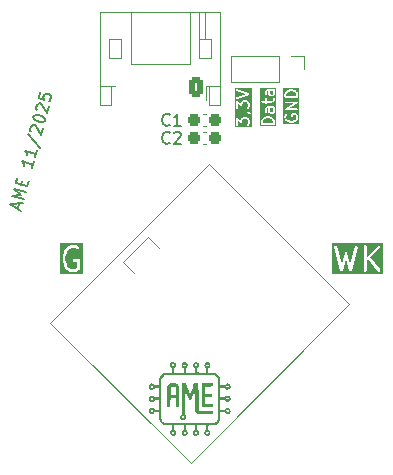
<source format=gbr>
%TF.GenerationSoftware,KiCad,Pcbnew,9.0.6*%
%TF.CreationDate,2025-11-20T15:49:29+01:00*%
%TF.ProjectId,N57__ldruckanzeige_Sensor,4e35375f-d66c-4647-9275-636b616e7a65,rev?*%
%TF.SameCoordinates,Original*%
%TF.FileFunction,Legend,Top*%
%TF.FilePolarity,Positive*%
%FSLAX46Y46*%
G04 Gerber Fmt 4.6, Leading zero omitted, Abs format (unit mm)*
G04 Created by KiCad (PCBNEW 9.0.6) date 2025-11-20 15:49:29*
%MOMM*%
%LPD*%
G01*
G04 APERTURE LIST*
G04 Aperture macros list*
%AMRoundRect*
0 Rectangle with rounded corners*
0 $1 Rounding radius*
0 $2 $3 $4 $5 $6 $7 $8 $9 X,Y pos of 4 corners*
0 Add a 4 corners polygon primitive as box body*
4,1,4,$2,$3,$4,$5,$6,$7,$8,$9,$2,$3,0*
0 Add four circle primitives for the rounded corners*
1,1,$1+$1,$2,$3*
1,1,$1+$1,$4,$5*
1,1,$1+$1,$6,$7*
1,1,$1+$1,$8,$9*
0 Add four rect primitives between the rounded corners*
20,1,$1+$1,$2,$3,$4,$5,0*
20,1,$1+$1,$4,$5,$6,$7,0*
20,1,$1+$1,$6,$7,$8,$9,0*
20,1,$1+$1,$8,$9,$2,$3,0*%
G04 Aperture macros list end*
%ADD10C,0.153000*%
%ADD11C,0.250000*%
%ADD12C,0.150000*%
%ADD13C,0.120000*%
%ADD14C,0.000000*%
%ADD15O,10.400000X8.600000*%
%ADD16C,3.400000*%
%ADD17RoundRect,0.237500X0.300000X0.237500X-0.300000X0.237500X-0.300000X-0.237500X0.300000X-0.237500X0*%
%ADD18R,1.350000X1.350000*%
%ADD19C,1.350000*%
%ADD20RoundRect,0.250000X0.350000X0.625000X-0.350000X0.625000X-0.350000X-0.625000X0.350000X-0.625000X0*%
%ADD21O,1.200000X1.750000*%
G04 APERTURE END LIST*
D10*
G36*
X105345265Y-94536017D02*
G01*
X105421891Y-94574330D01*
X105495581Y-94648019D01*
X105533563Y-94761965D01*
X105533563Y-94911147D01*
X104686563Y-94911147D01*
X104686563Y-94761965D01*
X104724544Y-94648020D01*
X104798236Y-94574329D01*
X104874860Y-94536017D01*
X105048052Y-94492719D01*
X105172073Y-94492719D01*
X105345265Y-94536017D01*
G37*
G36*
X105533563Y-93672374D02*
G01*
X105533563Y-93874349D01*
X105505424Y-93930626D01*
X105449145Y-93958766D01*
X105390027Y-93958766D01*
X105333749Y-93930627D01*
X105305610Y-93874349D01*
X105305610Y-93654314D01*
X105304140Y-93639390D01*
X105303087Y-93636849D01*
X105302997Y-93635576D01*
X105515164Y-93635576D01*
X105533563Y-93672374D01*
G37*
G36*
X105533563Y-92196183D02*
G01*
X105533563Y-92398158D01*
X105505424Y-92454435D01*
X105449145Y-92482575D01*
X105390027Y-92482575D01*
X105333749Y-92454436D01*
X105305610Y-92398158D01*
X105305610Y-92178123D01*
X105304140Y-92163199D01*
X105303087Y-92160658D01*
X105302997Y-92159385D01*
X105515164Y-92159385D01*
X105533563Y-92196183D01*
G37*
G36*
X105797674Y-95175258D02*
G01*
X104422452Y-95175258D01*
X104422452Y-94749552D01*
X104533563Y-94749552D01*
X104533563Y-94987647D01*
X104535033Y-95002571D01*
X104546456Y-95030148D01*
X104567562Y-95051254D01*
X104595139Y-95062677D01*
X104610063Y-95064147D01*
X105610063Y-95064147D01*
X105624987Y-95062677D01*
X105652564Y-95051254D01*
X105673670Y-95030148D01*
X105685093Y-95002571D01*
X105686563Y-94987647D01*
X105686563Y-94749552D01*
X105685818Y-94741997D01*
X105685962Y-94739983D01*
X105685359Y-94737333D01*
X105685093Y-94734628D01*
X105684320Y-94732762D01*
X105682637Y-94725360D01*
X105635018Y-94582504D01*
X105628904Y-94568810D01*
X105627102Y-94566733D01*
X105626051Y-94564194D01*
X105616538Y-94552601D01*
X105521298Y-94457363D01*
X105515433Y-94452550D01*
X105514108Y-94451022D01*
X105511803Y-94449571D01*
X105509706Y-94447850D01*
X105507843Y-94447078D01*
X105501417Y-94443033D01*
X105406179Y-94395414D01*
X105405084Y-94394995D01*
X105404643Y-94394668D01*
X105398388Y-94392433D01*
X105392173Y-94390055D01*
X105391623Y-94390015D01*
X105390521Y-94389622D01*
X105200045Y-94342003D01*
X105197456Y-94341620D01*
X105196415Y-94341189D01*
X105190791Y-94340635D01*
X105185210Y-94339810D01*
X105184096Y-94339975D01*
X105181491Y-94339719D01*
X105038634Y-94339719D01*
X105036028Y-94339975D01*
X105034915Y-94339810D01*
X105029333Y-94340635D01*
X105023710Y-94341189D01*
X105022668Y-94341620D01*
X105020080Y-94342003D01*
X104829604Y-94389622D01*
X104828501Y-94390015D01*
X104827952Y-94390055D01*
X104821736Y-94392433D01*
X104815482Y-94394668D01*
X104815040Y-94394995D01*
X104813946Y-94395414D01*
X104718708Y-94443033D01*
X104712281Y-94447078D01*
X104710419Y-94447850D01*
X104708320Y-94449571D01*
X104706017Y-94451022D01*
X104704692Y-94452548D01*
X104698826Y-94457363D01*
X104603588Y-94552601D01*
X104594075Y-94564194D01*
X104593022Y-94566734D01*
X104591222Y-94568811D01*
X104585108Y-94582504D01*
X104537489Y-94725361D01*
X104535806Y-94732760D01*
X104535033Y-94734628D01*
X104534766Y-94737334D01*
X104534164Y-94739984D01*
X104534307Y-94741997D01*
X104533563Y-94749552D01*
X104422452Y-94749552D01*
X104422452Y-93701933D01*
X104866896Y-93701933D01*
X104866896Y-93892409D01*
X104868366Y-93907333D01*
X104869418Y-93909873D01*
X104869613Y-93912615D01*
X104874972Y-93926621D01*
X104922591Y-94021859D01*
X104930580Y-94034550D01*
X104953130Y-94054107D01*
X104981447Y-94063546D01*
X105011221Y-94061430D01*
X105037918Y-94048081D01*
X105057475Y-94025532D01*
X105066914Y-93997215D01*
X105064798Y-93967441D01*
X105059439Y-93953435D01*
X105019896Y-93874349D01*
X105019896Y-93719993D01*
X105048035Y-93663715D01*
X105104313Y-93635576D01*
X105134211Y-93635576D01*
X105152610Y-93672374D01*
X105152610Y-93892409D01*
X105154080Y-93907333D01*
X105155132Y-93909873D01*
X105155327Y-93912615D01*
X105160686Y-93926621D01*
X105208305Y-94021859D01*
X105209877Y-94024356D01*
X105210269Y-94025532D01*
X105211538Y-94026996D01*
X105216294Y-94034550D01*
X105223540Y-94040835D01*
X105229826Y-94048082D01*
X105237379Y-94052837D01*
X105238844Y-94054107D01*
X105240019Y-94054498D01*
X105242517Y-94056071D01*
X105337755Y-94103690D01*
X105351761Y-94109049D01*
X105354502Y-94109243D01*
X105357043Y-94110296D01*
X105371967Y-94111766D01*
X105467205Y-94111766D01*
X105482129Y-94110296D01*
X105484669Y-94109243D01*
X105487411Y-94109049D01*
X105501417Y-94103690D01*
X105596655Y-94056071D01*
X105599151Y-94054499D01*
X105600329Y-94054107D01*
X105601795Y-94052834D01*
X105609346Y-94048082D01*
X105615629Y-94040837D01*
X105622879Y-94034550D01*
X105627634Y-94026995D01*
X105628904Y-94025532D01*
X105629295Y-94024356D01*
X105630868Y-94021859D01*
X105678487Y-93926621D01*
X105683846Y-93912615D01*
X105684040Y-93909873D01*
X105685093Y-93907333D01*
X105686563Y-93892409D01*
X105686563Y-93654314D01*
X105685093Y-93639390D01*
X105684040Y-93636849D01*
X105683846Y-93634108D01*
X105678487Y-93620102D01*
X105670706Y-93604540D01*
X105673670Y-93601577D01*
X105685093Y-93574000D01*
X105685093Y-93544152D01*
X105673670Y-93516575D01*
X105652564Y-93495469D01*
X105624987Y-93484046D01*
X105610063Y-93482576D01*
X105086253Y-93482576D01*
X105071329Y-93484046D01*
X105068788Y-93485098D01*
X105066047Y-93485293D01*
X105052041Y-93490652D01*
X104956803Y-93538271D01*
X104954305Y-93539843D01*
X104953130Y-93540235D01*
X104951665Y-93541504D01*
X104944112Y-93546260D01*
X104937826Y-93553506D01*
X104930580Y-93559792D01*
X104925824Y-93567345D01*
X104924555Y-93568810D01*
X104924163Y-93569985D01*
X104922591Y-93572483D01*
X104874972Y-93667721D01*
X104869613Y-93681727D01*
X104869418Y-93684468D01*
X104868366Y-93687009D01*
X104866896Y-93701933D01*
X104422452Y-93701933D01*
X104422452Y-93067961D01*
X104535033Y-93067961D01*
X104535033Y-93097809D01*
X104546456Y-93125386D01*
X104567562Y-93146492D01*
X104595139Y-93157915D01*
X104610063Y-93159385D01*
X104866896Y-93159385D01*
X104866896Y-93225742D01*
X104868366Y-93240666D01*
X104879789Y-93268243D01*
X104900895Y-93289349D01*
X104928472Y-93300772D01*
X104958320Y-93300772D01*
X104985897Y-93289349D01*
X105007003Y-93268243D01*
X105018426Y-93240666D01*
X105019896Y-93225742D01*
X105019896Y-93159385D01*
X105467205Y-93159385D01*
X105482129Y-93157915D01*
X105484669Y-93156862D01*
X105487411Y-93156668D01*
X105501417Y-93151309D01*
X105596655Y-93103690D01*
X105599151Y-93102118D01*
X105600329Y-93101726D01*
X105601795Y-93100453D01*
X105609346Y-93095701D01*
X105615629Y-93088456D01*
X105622879Y-93082169D01*
X105627634Y-93074614D01*
X105628904Y-93073151D01*
X105629295Y-93071975D01*
X105630868Y-93069478D01*
X105678487Y-92974240D01*
X105683846Y-92960234D01*
X105684040Y-92957492D01*
X105685093Y-92954952D01*
X105686563Y-92940028D01*
X105686563Y-92844790D01*
X105685093Y-92829866D01*
X105673670Y-92802289D01*
X105652564Y-92781183D01*
X105624987Y-92769760D01*
X105595139Y-92769760D01*
X105567562Y-92781183D01*
X105546456Y-92802289D01*
X105535033Y-92829866D01*
X105533563Y-92844790D01*
X105533563Y-92921968D01*
X105505424Y-92978245D01*
X105449145Y-93006385D01*
X105019896Y-93006385D01*
X105019896Y-92844790D01*
X105018426Y-92829866D01*
X105007003Y-92802289D01*
X104985897Y-92781183D01*
X104958320Y-92769760D01*
X104928472Y-92769760D01*
X104900895Y-92781183D01*
X104879789Y-92802289D01*
X104868366Y-92829866D01*
X104866896Y-92844790D01*
X104866896Y-93006385D01*
X104610063Y-93006385D01*
X104595139Y-93007855D01*
X104567562Y-93019278D01*
X104546456Y-93040384D01*
X104535033Y-93067961D01*
X104422452Y-93067961D01*
X104422452Y-92225742D01*
X104866896Y-92225742D01*
X104866896Y-92416218D01*
X104868366Y-92431142D01*
X104869418Y-92433682D01*
X104869613Y-92436424D01*
X104874972Y-92450430D01*
X104922591Y-92545668D01*
X104930580Y-92558359D01*
X104953130Y-92577916D01*
X104981447Y-92587355D01*
X105011221Y-92585239D01*
X105037918Y-92571890D01*
X105057475Y-92549341D01*
X105066914Y-92521024D01*
X105064798Y-92491250D01*
X105059439Y-92477244D01*
X105019896Y-92398158D01*
X105019896Y-92243802D01*
X105048035Y-92187524D01*
X105104313Y-92159385D01*
X105134211Y-92159385D01*
X105152610Y-92196183D01*
X105152610Y-92416218D01*
X105154080Y-92431142D01*
X105155132Y-92433682D01*
X105155327Y-92436424D01*
X105160686Y-92450430D01*
X105208305Y-92545668D01*
X105209877Y-92548165D01*
X105210269Y-92549341D01*
X105211538Y-92550805D01*
X105216294Y-92558359D01*
X105223540Y-92564644D01*
X105229826Y-92571891D01*
X105237379Y-92576646D01*
X105238844Y-92577916D01*
X105240019Y-92578307D01*
X105242517Y-92579880D01*
X105337755Y-92627499D01*
X105351761Y-92632858D01*
X105354502Y-92633052D01*
X105357043Y-92634105D01*
X105371967Y-92635575D01*
X105467205Y-92635575D01*
X105482129Y-92634105D01*
X105484669Y-92633052D01*
X105487411Y-92632858D01*
X105501417Y-92627499D01*
X105596655Y-92579880D01*
X105599151Y-92578308D01*
X105600329Y-92577916D01*
X105601795Y-92576643D01*
X105609346Y-92571891D01*
X105615629Y-92564646D01*
X105622879Y-92558359D01*
X105627634Y-92550804D01*
X105628904Y-92549341D01*
X105629295Y-92548165D01*
X105630868Y-92545668D01*
X105678487Y-92450430D01*
X105683846Y-92436424D01*
X105684040Y-92433682D01*
X105685093Y-92431142D01*
X105686563Y-92416218D01*
X105686563Y-92178123D01*
X105685093Y-92163199D01*
X105684040Y-92160658D01*
X105683846Y-92157917D01*
X105678487Y-92143911D01*
X105670706Y-92128349D01*
X105673670Y-92125386D01*
X105685093Y-92097809D01*
X105685093Y-92067961D01*
X105673670Y-92040384D01*
X105652564Y-92019278D01*
X105624987Y-92007855D01*
X105610063Y-92006385D01*
X105086253Y-92006385D01*
X105071329Y-92007855D01*
X105068788Y-92008907D01*
X105066047Y-92009102D01*
X105052041Y-92014461D01*
X104956803Y-92062080D01*
X104954305Y-92063652D01*
X104953130Y-92064044D01*
X104951665Y-92065313D01*
X104944112Y-92070069D01*
X104937826Y-92077315D01*
X104930580Y-92083601D01*
X104925824Y-92091154D01*
X104924555Y-92092619D01*
X104924163Y-92093794D01*
X104922591Y-92096292D01*
X104874972Y-92191530D01*
X104869613Y-92205536D01*
X104869418Y-92208277D01*
X104868366Y-92210818D01*
X104866896Y-92225742D01*
X104422452Y-92225742D01*
X104422452Y-91895274D01*
X105797674Y-91895274D01*
X105797674Y-95175258D01*
G37*
D11*
G36*
X114830271Y-107709373D02*
G01*
X110517053Y-107709373D01*
X110517053Y-105366911D01*
X110739275Y-105366911D01*
X110742586Y-105391191D01*
X111218776Y-107391191D01*
X111221660Y-107399559D01*
X111222059Y-107402559D01*
X111223629Y-107405271D01*
X111226761Y-107414357D01*
X111237402Y-107429061D01*
X111246496Y-107444769D01*
X111251592Y-107448670D01*
X111255355Y-107453869D01*
X111270812Y-107463381D01*
X111285225Y-107474413D01*
X111291425Y-107476066D01*
X111296893Y-107479431D01*
X111314818Y-107482304D01*
X111332351Y-107486980D01*
X111338711Y-107486134D01*
X111345050Y-107487151D01*
X111362709Y-107482946D01*
X111380698Y-107480556D01*
X111386251Y-107477340D01*
X111392496Y-107475854D01*
X111407202Y-107465211D01*
X111422908Y-107456119D01*
X111426807Y-107451024D01*
X111432008Y-107447261D01*
X111441522Y-107431799D01*
X111452552Y-107417390D01*
X111455925Y-107408394D01*
X111457570Y-107405722D01*
X111458049Y-107402729D01*
X111461156Y-107394446D01*
X111721329Y-106418794D01*
X111981503Y-107394446D01*
X111984609Y-107402728D01*
X111985089Y-107405722D01*
X111986734Y-107408395D01*
X111990107Y-107417389D01*
X112001136Y-107431799D01*
X112010651Y-107447260D01*
X112015850Y-107451022D01*
X112019751Y-107456119D01*
X112035458Y-107465212D01*
X112050163Y-107475854D01*
X112056407Y-107477340D01*
X112061961Y-107480556D01*
X112079954Y-107482946D01*
X112097609Y-107487150D01*
X112103944Y-107486134D01*
X112110308Y-107486980D01*
X112127843Y-107482303D01*
X112145766Y-107479431D01*
X112151233Y-107476066D01*
X112157433Y-107474413D01*
X112171843Y-107463383D01*
X112187304Y-107453869D01*
X112191066Y-107448669D01*
X112196163Y-107444769D01*
X112205256Y-107429061D01*
X112215898Y-107414357D01*
X112219029Y-107405271D01*
X112220600Y-107402559D01*
X112220998Y-107399559D01*
X112223883Y-107391191D01*
X112700074Y-105391191D01*
X112703385Y-105366911D01*
X112702636Y-105362238D01*
X113215377Y-105362238D01*
X113215377Y-107362238D01*
X113217779Y-107386624D01*
X113236443Y-107431684D01*
X113270931Y-107466172D01*
X113315991Y-107484836D01*
X113364763Y-107484836D01*
X113409823Y-107466172D01*
X113444311Y-107431684D01*
X113462975Y-107386624D01*
X113465377Y-107362238D01*
X113465377Y-106556871D01*
X113612566Y-106409681D01*
X114383234Y-107437238D01*
X114399787Y-107455305D01*
X114441754Y-107480155D01*
X114490037Y-107487053D01*
X114537284Y-107474948D01*
X114576301Y-107445685D01*
X114601151Y-107403717D01*
X114608049Y-107355434D01*
X114595944Y-107308188D01*
X114583234Y-107287238D01*
X113791138Y-106231109D01*
X114571622Y-105450626D01*
X114587167Y-105431684D01*
X114605832Y-105386625D01*
X114605832Y-105337851D01*
X114587167Y-105292792D01*
X114552680Y-105258305D01*
X114507621Y-105239640D01*
X114458847Y-105239640D01*
X114413788Y-105258305D01*
X114394846Y-105273850D01*
X113465377Y-106203319D01*
X113465377Y-105362238D01*
X113462975Y-105337852D01*
X113444311Y-105292792D01*
X113409823Y-105258304D01*
X113364763Y-105239640D01*
X113315991Y-105239640D01*
X113270931Y-105258304D01*
X113236443Y-105292792D01*
X113217779Y-105337852D01*
X113215377Y-105362238D01*
X112702636Y-105362238D01*
X112695666Y-105318754D01*
X112670104Y-105277216D01*
X112630592Y-105248622D01*
X112583146Y-105237326D01*
X112534989Y-105245045D01*
X112493450Y-105270607D01*
X112464857Y-105310119D01*
X112456872Y-105333285D01*
X112095420Y-106851378D01*
X111842109Y-105901458D01*
X111839967Y-105895747D01*
X111839648Y-105893344D01*
X111837996Y-105890490D01*
X111833505Y-105878515D01*
X111823479Y-105865416D01*
X111815211Y-105851135D01*
X111808781Y-105846213D01*
X111803861Y-105839785D01*
X111789587Y-105831521D01*
X111776482Y-105821490D01*
X111768655Y-105819403D01*
X111761651Y-105815348D01*
X111745299Y-105813175D01*
X111729356Y-105808924D01*
X111721329Y-105809990D01*
X111713304Y-105808924D01*
X111697368Y-105813173D01*
X111681009Y-105815347D01*
X111673998Y-105819405D01*
X111666179Y-105821491D01*
X111653084Y-105831513D01*
X111638799Y-105839784D01*
X111633876Y-105846215D01*
X111627449Y-105851135D01*
X111619184Y-105865410D01*
X111609155Y-105878514D01*
X111604662Y-105890494D01*
X111603012Y-105893345D01*
X111602692Y-105895746D01*
X111600551Y-105901458D01*
X111347238Y-106851379D01*
X110985788Y-105333285D01*
X110977803Y-105310119D01*
X110949210Y-105270607D01*
X110907671Y-105245045D01*
X110859514Y-105237326D01*
X110812068Y-105248622D01*
X110772556Y-105277215D01*
X110746994Y-105318754D01*
X110739275Y-105366911D01*
X110517053Y-105366911D01*
X110517053Y-105015104D01*
X114830271Y-105015104D01*
X114830271Y-107709373D01*
G37*
G36*
X89430742Y-107709460D02*
G01*
X87498203Y-107709460D01*
X87498203Y-106219380D01*
X87720425Y-106219380D01*
X87720425Y-106505095D01*
X87720844Y-106509349D01*
X87720573Y-106511171D01*
X87721922Y-106520299D01*
X87722827Y-106529481D01*
X87723531Y-106531182D01*
X87724157Y-106535412D01*
X87819395Y-106916364D01*
X87820038Y-106918163D01*
X87820102Y-106919063D01*
X87823984Y-106929209D01*
X87827640Y-106939439D01*
X87828176Y-106940163D01*
X87828860Y-106941949D01*
X87924098Y-107132425D01*
X87930703Y-107142917D01*
X87931967Y-107145969D01*
X87934787Y-107149405D01*
X87937152Y-107153162D01*
X87939643Y-107155322D01*
X87947512Y-107164911D01*
X88137988Y-107355388D01*
X88156930Y-107370933D01*
X88161081Y-107372652D01*
X88164474Y-107375595D01*
X88186849Y-107385585D01*
X88472564Y-107480823D01*
X88484654Y-107483572D01*
X88487706Y-107484836D01*
X88492128Y-107485271D01*
X88496458Y-107486256D01*
X88499748Y-107486022D01*
X88512092Y-107487238D01*
X88702568Y-107487238D01*
X88714911Y-107486022D01*
X88718202Y-107486256D01*
X88722531Y-107485271D01*
X88726954Y-107484836D01*
X88730005Y-107483572D01*
X88742096Y-107480823D01*
X89027810Y-107385585D01*
X89050185Y-107375595D01*
X89053577Y-107372652D01*
X89057729Y-107370933D01*
X89076671Y-107355388D01*
X89171909Y-107260149D01*
X89187454Y-107241207D01*
X89206119Y-107196147D01*
X89206118Y-107196136D01*
X89208520Y-107171761D01*
X89208520Y-106505095D01*
X89206118Y-106480709D01*
X89187454Y-106435649D01*
X89152966Y-106401161D01*
X89107906Y-106382497D01*
X89083520Y-106380095D01*
X88702568Y-106380095D01*
X88678182Y-106382497D01*
X88633122Y-106401161D01*
X88598634Y-106435649D01*
X88579970Y-106480709D01*
X88579970Y-106529481D01*
X88598634Y-106574541D01*
X88633122Y-106609029D01*
X88678182Y-106627693D01*
X88702568Y-106630095D01*
X88958520Y-106630095D01*
X88958520Y-107119984D01*
X88920757Y-107157747D01*
X88682285Y-107237238D01*
X88532375Y-107237238D01*
X88293899Y-107157746D01*
X88138633Y-107002478D01*
X88058603Y-106842419D01*
X87970425Y-106489706D01*
X87970425Y-106234769D01*
X88058603Y-105882055D01*
X88138633Y-105721995D01*
X88293900Y-105566729D01*
X88532375Y-105487238D01*
X88768298Y-105487238D01*
X88932381Y-105569280D01*
X88955266Y-105578037D01*
X89003916Y-105581495D01*
X89050187Y-105566071D01*
X89087032Y-105534115D01*
X89108843Y-105490492D01*
X89112301Y-105441842D01*
X89096877Y-105395572D01*
X89064921Y-105358727D01*
X89044184Y-105345673D01*
X88853708Y-105250435D01*
X88830822Y-105241677D01*
X88826340Y-105241358D01*
X88822192Y-105239640D01*
X88797806Y-105237238D01*
X88512092Y-105237238D01*
X88499748Y-105238453D01*
X88496458Y-105238220D01*
X88492128Y-105239204D01*
X88487706Y-105239640D01*
X88484654Y-105240903D01*
X88472564Y-105243653D01*
X88186849Y-105338891D01*
X88164474Y-105348881D01*
X88161082Y-105351822D01*
X88156931Y-105353542D01*
X88137989Y-105369087D01*
X87947513Y-105559564D01*
X87939646Y-105569149D01*
X87937152Y-105571313D01*
X87934784Y-105575074D01*
X87931968Y-105578506D01*
X87930705Y-105581553D01*
X87924098Y-105592050D01*
X87828860Y-105782526D01*
X87828176Y-105784311D01*
X87827640Y-105785036D01*
X87823984Y-105795265D01*
X87820102Y-105805412D01*
X87820038Y-105806311D01*
X87819395Y-105808111D01*
X87724157Y-106189063D01*
X87723531Y-106193292D01*
X87722827Y-106194994D01*
X87721922Y-106204175D01*
X87720573Y-106213304D01*
X87720844Y-106215125D01*
X87720425Y-106219380D01*
X87498203Y-106219380D01*
X87498203Y-105015016D01*
X89430742Y-105015016D01*
X89430742Y-107709460D01*
G37*
D10*
G36*
X103805460Y-95269026D02*
G01*
X102288852Y-95269026D01*
X102288852Y-94463838D01*
X102399963Y-94463838D01*
X102399963Y-95082885D01*
X102401433Y-95097809D01*
X102412856Y-95125386D01*
X102433962Y-95146492D01*
X102461539Y-95157915D01*
X102491387Y-95157915D01*
X102518964Y-95146492D01*
X102540070Y-95125386D01*
X102551493Y-95097809D01*
X102552963Y-95082885D01*
X102552963Y-94632426D01*
X102807039Y-94854743D01*
X102813491Y-94859355D01*
X102814914Y-94860778D01*
X102816263Y-94861336D01*
X102819239Y-94863464D01*
X102831005Y-94867443D01*
X102842491Y-94872201D01*
X102845073Y-94872201D01*
X102847515Y-94873027D01*
X102859908Y-94872201D01*
X102872339Y-94872201D01*
X102874722Y-94871213D01*
X102877297Y-94871042D01*
X102888436Y-94865533D01*
X102899916Y-94860778D01*
X102901740Y-94858953D01*
X102904053Y-94857810D01*
X102912235Y-94848458D01*
X102921022Y-94839672D01*
X102922009Y-94837288D01*
X102923708Y-94835347D01*
X102927687Y-94823580D01*
X102932445Y-94812095D01*
X102932803Y-94808452D01*
X102933271Y-94807071D01*
X102933137Y-94805065D01*
X102933915Y-94797171D01*
X102933915Y-94672374D01*
X102967906Y-94604391D01*
X102997967Y-94574329D01*
X103065951Y-94540338D01*
X103267926Y-94540338D01*
X103335910Y-94574330D01*
X103365971Y-94604390D01*
X103399963Y-94672374D01*
X103399963Y-94921968D01*
X103365971Y-94989951D01*
X103327131Y-95028791D01*
X103317617Y-95040383D01*
X103306194Y-95067960D01*
X103306194Y-95097808D01*
X103317616Y-95125386D01*
X103338722Y-95146492D01*
X103366299Y-95157915D01*
X103396147Y-95157915D01*
X103423725Y-95146493D01*
X103435317Y-95136979D01*
X103482937Y-95089360D01*
X103487752Y-95083493D01*
X103489279Y-95082169D01*
X103490727Y-95079867D01*
X103492451Y-95077768D01*
X103493223Y-95075902D01*
X103497268Y-95069478D01*
X103544887Y-94974240D01*
X103550246Y-94960234D01*
X103550440Y-94957492D01*
X103551493Y-94954952D01*
X103552963Y-94940028D01*
X103552963Y-94654314D01*
X103551493Y-94639390D01*
X103550440Y-94636849D01*
X103550246Y-94634108D01*
X103544887Y-94620102D01*
X103497268Y-94524864D01*
X103493223Y-94518439D01*
X103492451Y-94516574D01*
X103490727Y-94514474D01*
X103489279Y-94512173D01*
X103487752Y-94510848D01*
X103482937Y-94504982D01*
X103435317Y-94457363D01*
X103429450Y-94452548D01*
X103428127Y-94451022D01*
X103425826Y-94449573D01*
X103423725Y-94447849D01*
X103421858Y-94447075D01*
X103415436Y-94443033D01*
X103320198Y-94395414D01*
X103306192Y-94390055D01*
X103303450Y-94389860D01*
X103300910Y-94388808D01*
X103285986Y-94387338D01*
X103047891Y-94387338D01*
X103032967Y-94388808D01*
X103030426Y-94389860D01*
X103027685Y-94390055D01*
X103013679Y-94395414D01*
X102918441Y-94443033D01*
X102912016Y-94447077D01*
X102910151Y-94447850D01*
X102908051Y-94449573D01*
X102905750Y-94451022D01*
X102904425Y-94452548D01*
X102898559Y-94457364D01*
X102850940Y-94504982D01*
X102846125Y-94510848D01*
X102844599Y-94512173D01*
X102843148Y-94514476D01*
X102841427Y-94516575D01*
X102840655Y-94518437D01*
X102836610Y-94524864D01*
X102788991Y-94620102D01*
X102784534Y-94631749D01*
X102526839Y-94406266D01*
X102520386Y-94401653D01*
X102518964Y-94400231D01*
X102517614Y-94399672D01*
X102514639Y-94397545D01*
X102502872Y-94393565D01*
X102491387Y-94388808D01*
X102488805Y-94388808D01*
X102486363Y-94387982D01*
X102473970Y-94388808D01*
X102461539Y-94388808D01*
X102459155Y-94389795D01*
X102456581Y-94389967D01*
X102445441Y-94395475D01*
X102433962Y-94400231D01*
X102432137Y-94402055D01*
X102429825Y-94403199D01*
X102421642Y-94412550D01*
X102412856Y-94421337D01*
X102411868Y-94423720D01*
X102410170Y-94425662D01*
X102406190Y-94437428D01*
X102401433Y-94448914D01*
X102401074Y-94452556D01*
X102400607Y-94453938D01*
X102400740Y-94455943D01*
X102399963Y-94463838D01*
X102288852Y-94463838D01*
X102288852Y-93972723D01*
X103353814Y-93972723D01*
X103353814Y-94002571D01*
X103365237Y-94030148D01*
X103386343Y-94051254D01*
X103413920Y-94062677D01*
X103428844Y-94064147D01*
X103458403Y-94064147D01*
X103526385Y-94098138D01*
X103565226Y-94136978D01*
X103576818Y-94146492D01*
X103604395Y-94157914D01*
X103634244Y-94157914D01*
X103661821Y-94146492D01*
X103682927Y-94125386D01*
X103694349Y-94097809D01*
X103694349Y-94067960D01*
X103682927Y-94040383D01*
X103673413Y-94028791D01*
X103625795Y-93981172D01*
X103619928Y-93976357D01*
X103618604Y-93974831D01*
X103616300Y-93973380D01*
X103614202Y-93971659D01*
X103612339Y-93970887D01*
X103605913Y-93966842D01*
X103510675Y-93919223D01*
X103496669Y-93913864D01*
X103493927Y-93913669D01*
X103491387Y-93912617D01*
X103476463Y-93911147D01*
X103428844Y-93911147D01*
X103413920Y-93912617D01*
X103386343Y-93924040D01*
X103365237Y-93945146D01*
X103353814Y-93972723D01*
X102288852Y-93972723D01*
X102288852Y-93035267D01*
X102399963Y-93035267D01*
X102399963Y-93654314D01*
X102401433Y-93669238D01*
X102412856Y-93696815D01*
X102433962Y-93717921D01*
X102461539Y-93729344D01*
X102491387Y-93729344D01*
X102518964Y-93717921D01*
X102540070Y-93696815D01*
X102551493Y-93669238D01*
X102552963Y-93654314D01*
X102552963Y-93203855D01*
X102807039Y-93426172D01*
X102813491Y-93430784D01*
X102814914Y-93432207D01*
X102816263Y-93432765D01*
X102819239Y-93434893D01*
X102831005Y-93438872D01*
X102842491Y-93443630D01*
X102845073Y-93443630D01*
X102847515Y-93444456D01*
X102859908Y-93443630D01*
X102872339Y-93443630D01*
X102874722Y-93442642D01*
X102877297Y-93442471D01*
X102888436Y-93436962D01*
X102899916Y-93432207D01*
X102901740Y-93430382D01*
X102904053Y-93429239D01*
X102912235Y-93419887D01*
X102921022Y-93411101D01*
X102922009Y-93408717D01*
X102923708Y-93406776D01*
X102927687Y-93395009D01*
X102932445Y-93383524D01*
X102932803Y-93379881D01*
X102933271Y-93378500D01*
X102933137Y-93376494D01*
X102933915Y-93368600D01*
X102933915Y-93243803D01*
X102967906Y-93175820D01*
X102997967Y-93145758D01*
X103065951Y-93111767D01*
X103267926Y-93111767D01*
X103335910Y-93145759D01*
X103365971Y-93175819D01*
X103399963Y-93243803D01*
X103399963Y-93493397D01*
X103365971Y-93561380D01*
X103327131Y-93600220D01*
X103317617Y-93611812D01*
X103306194Y-93639389D01*
X103306194Y-93669237D01*
X103317616Y-93696815D01*
X103338722Y-93717921D01*
X103366299Y-93729344D01*
X103396147Y-93729344D01*
X103423725Y-93717922D01*
X103435317Y-93708408D01*
X103482937Y-93660789D01*
X103487752Y-93654922D01*
X103489279Y-93653598D01*
X103490727Y-93651296D01*
X103492451Y-93649197D01*
X103493223Y-93647331D01*
X103497268Y-93640907D01*
X103544887Y-93545669D01*
X103550246Y-93531663D01*
X103550440Y-93528921D01*
X103551493Y-93526381D01*
X103552963Y-93511457D01*
X103552963Y-93225743D01*
X103551493Y-93210819D01*
X103550440Y-93208278D01*
X103550246Y-93205537D01*
X103544887Y-93191531D01*
X103497268Y-93096293D01*
X103493223Y-93089868D01*
X103492451Y-93088003D01*
X103490727Y-93085903D01*
X103489279Y-93083602D01*
X103487752Y-93082277D01*
X103482937Y-93076411D01*
X103435317Y-93028792D01*
X103429450Y-93023977D01*
X103428127Y-93022451D01*
X103425826Y-93021002D01*
X103423725Y-93019278D01*
X103421858Y-93018504D01*
X103415436Y-93014462D01*
X103320198Y-92966843D01*
X103306192Y-92961484D01*
X103303450Y-92961289D01*
X103300910Y-92960237D01*
X103285986Y-92958767D01*
X103047891Y-92958767D01*
X103032967Y-92960237D01*
X103030426Y-92961289D01*
X103027685Y-92961484D01*
X103013679Y-92966843D01*
X102918441Y-93014462D01*
X102912016Y-93018506D01*
X102910151Y-93019279D01*
X102908051Y-93021002D01*
X102905750Y-93022451D01*
X102904425Y-93023977D01*
X102898559Y-93028793D01*
X102850940Y-93076411D01*
X102846125Y-93082277D01*
X102844599Y-93083602D01*
X102843148Y-93085905D01*
X102841427Y-93088004D01*
X102840655Y-93089866D01*
X102836610Y-93096293D01*
X102788991Y-93191531D01*
X102784534Y-93203178D01*
X102526839Y-92977695D01*
X102520386Y-92973082D01*
X102518964Y-92971660D01*
X102517614Y-92971101D01*
X102514639Y-92968974D01*
X102502872Y-92964994D01*
X102491387Y-92960237D01*
X102488805Y-92960237D01*
X102486363Y-92959411D01*
X102473970Y-92960237D01*
X102461539Y-92960237D01*
X102459155Y-92961224D01*
X102456581Y-92961396D01*
X102445441Y-92966904D01*
X102433962Y-92971660D01*
X102432137Y-92973484D01*
X102429825Y-92974628D01*
X102421642Y-92983979D01*
X102412856Y-92992766D01*
X102411868Y-92995149D01*
X102410170Y-92997091D01*
X102406190Y-93008857D01*
X102401433Y-93020343D01*
X102401074Y-93023985D01*
X102400607Y-93025367D01*
X102400740Y-93027372D01*
X102399963Y-93035267D01*
X102288852Y-93035267D01*
X102288852Y-92073318D01*
X102400564Y-92073318D01*
X102402680Y-92103092D01*
X102416029Y-92129789D01*
X102438578Y-92149346D01*
X102452272Y-92155460D01*
X103234549Y-92416219D01*
X102452272Y-92676978D01*
X102438578Y-92683092D01*
X102416029Y-92702649D01*
X102402680Y-92729346D01*
X102400564Y-92759120D01*
X102410003Y-92787437D01*
X102429560Y-92809986D01*
X102456257Y-92823335D01*
X102486031Y-92825451D01*
X102500654Y-92822126D01*
X103500654Y-92488793D01*
X103514347Y-92482679D01*
X103518477Y-92479096D01*
X103523365Y-92476653D01*
X103529648Y-92469408D01*
X103536897Y-92463122D01*
X103539341Y-92458233D01*
X103542923Y-92454104D01*
X103545957Y-92444999D01*
X103550245Y-92436425D01*
X103550632Y-92430975D01*
X103552362Y-92425787D01*
X103551681Y-92416219D01*
X103552362Y-92406651D01*
X103550632Y-92401462D01*
X103550245Y-92396013D01*
X103545957Y-92387438D01*
X103542923Y-92378334D01*
X103539341Y-92374204D01*
X103536897Y-92369316D01*
X103529648Y-92363029D01*
X103523365Y-92355785D01*
X103518477Y-92353341D01*
X103514347Y-92349759D01*
X103500654Y-92343645D01*
X102500654Y-92010312D01*
X102486031Y-92006987D01*
X102456257Y-92009103D01*
X102429560Y-92022452D01*
X102410003Y-92045001D01*
X102400564Y-92073318D01*
X102288852Y-92073318D01*
X102288852Y-91895876D01*
X103805460Y-91895876D01*
X103805460Y-95269026D01*
G37*
G36*
X107326465Y-92234398D02*
G01*
X107403091Y-92272711D01*
X107476781Y-92346400D01*
X107514763Y-92460346D01*
X107514763Y-92609528D01*
X106667763Y-92609528D01*
X106667763Y-92460346D01*
X106705744Y-92346401D01*
X106779436Y-92272710D01*
X106856060Y-92234398D01*
X107029252Y-92191100D01*
X107153273Y-92191100D01*
X107326465Y-92234398D01*
G37*
G36*
X107778874Y-94968877D02*
G01*
X106403652Y-94968877D01*
X106403652Y-94305076D01*
X106514763Y-94305076D01*
X106514763Y-94447933D01*
X106515507Y-94455487D01*
X106515364Y-94457501D01*
X106515966Y-94460150D01*
X106516233Y-94462857D01*
X106517006Y-94464724D01*
X106518689Y-94472124D01*
X106566308Y-94614981D01*
X106572422Y-94628674D01*
X106574222Y-94630750D01*
X106575275Y-94633291D01*
X106584788Y-94644884D01*
X106680026Y-94740122D01*
X106685892Y-94744936D01*
X106687217Y-94746463D01*
X106689520Y-94747913D01*
X106691619Y-94749635D01*
X106693481Y-94750406D01*
X106699908Y-94754452D01*
X106795146Y-94802071D01*
X106796240Y-94802489D01*
X106796682Y-94802817D01*
X106802936Y-94805051D01*
X106809152Y-94807430D01*
X106809701Y-94807469D01*
X106810804Y-94807863D01*
X107001280Y-94855482D01*
X107003868Y-94855864D01*
X107004910Y-94856296D01*
X107010533Y-94856849D01*
X107016115Y-94857675D01*
X107017228Y-94857509D01*
X107019834Y-94857766D01*
X107162691Y-94857766D01*
X107165296Y-94857509D01*
X107166410Y-94857675D01*
X107171991Y-94856849D01*
X107177615Y-94856296D01*
X107178656Y-94855864D01*
X107181245Y-94855482D01*
X107371721Y-94807863D01*
X107372823Y-94807469D01*
X107373373Y-94807430D01*
X107379588Y-94805051D01*
X107385843Y-94802817D01*
X107386284Y-94802489D01*
X107387379Y-94802071D01*
X107482617Y-94754452D01*
X107489043Y-94750406D01*
X107490906Y-94749635D01*
X107493003Y-94747913D01*
X107495308Y-94746463D01*
X107496633Y-94744934D01*
X107502498Y-94740122D01*
X107597738Y-94644884D01*
X107607251Y-94633291D01*
X107608302Y-94630751D01*
X107610104Y-94628675D01*
X107616218Y-94614981D01*
X107663837Y-94472125D01*
X107665520Y-94464722D01*
X107666293Y-94462857D01*
X107666559Y-94460151D01*
X107667162Y-94457502D01*
X107667018Y-94455487D01*
X107667763Y-94447933D01*
X107667763Y-94352695D01*
X107667018Y-94345140D01*
X107667162Y-94343126D01*
X107666559Y-94340476D01*
X107666293Y-94337771D01*
X107665520Y-94335905D01*
X107663837Y-94328503D01*
X107616218Y-94185647D01*
X107610104Y-94171953D01*
X107608303Y-94169876D01*
X107607251Y-94167336D01*
X107597737Y-94155744D01*
X107550117Y-94108125D01*
X107538525Y-94098611D01*
X107519024Y-94090534D01*
X107510948Y-94087189D01*
X107496024Y-94085719D01*
X107162691Y-94085719D01*
X107147767Y-94087189D01*
X107120190Y-94098612D01*
X107099084Y-94119718D01*
X107087661Y-94147295D01*
X107086191Y-94162219D01*
X107086191Y-94352695D01*
X107087661Y-94367619D01*
X107099084Y-94395196D01*
X107120190Y-94416302D01*
X107147767Y-94427725D01*
X107177615Y-94427725D01*
X107205192Y-94416302D01*
X107226298Y-94395196D01*
X107237721Y-94367619D01*
X107239191Y-94352695D01*
X107239191Y-94238719D01*
X107464337Y-94238719D01*
X107476781Y-94251162D01*
X107514763Y-94365108D01*
X107514763Y-94435520D01*
X107476781Y-94549465D01*
X107403091Y-94623154D01*
X107326465Y-94661468D01*
X107153273Y-94704766D01*
X107029252Y-94704766D01*
X106856060Y-94661468D01*
X106779436Y-94623156D01*
X106705744Y-94549464D01*
X106667763Y-94435519D01*
X106667763Y-94323136D01*
X106707306Y-94244050D01*
X106712665Y-94230044D01*
X106714781Y-94200270D01*
X106705342Y-94171953D01*
X106685785Y-94149404D01*
X106659088Y-94136055D01*
X106629314Y-94133939D01*
X106600997Y-94143378D01*
X106578447Y-94162935D01*
X106570458Y-94175626D01*
X106522839Y-94270864D01*
X106517480Y-94284870D01*
X106517285Y-94287611D01*
X106516233Y-94290152D01*
X106514763Y-94305076D01*
X106403652Y-94305076D01*
X106403652Y-93728304D01*
X106514950Y-93728304D01*
X106516233Y-93738397D01*
X106516233Y-93748571D01*
X106518098Y-93753075D01*
X106518714Y-93757915D01*
X106523764Y-93766752D01*
X106527656Y-93776148D01*
X106531102Y-93779594D01*
X106533523Y-93783830D01*
X106541568Y-93790060D01*
X106548762Y-93797254D01*
X106553267Y-93799120D01*
X106557123Y-93802106D01*
X106566938Y-93804782D01*
X106576339Y-93808677D01*
X106583972Y-93809428D01*
X106585920Y-93809960D01*
X106587423Y-93809768D01*
X106591263Y-93810147D01*
X107591263Y-93810147D01*
X107606187Y-93808677D01*
X107633764Y-93797254D01*
X107654870Y-93776148D01*
X107666293Y-93748571D01*
X107666293Y-93718723D01*
X107654870Y-93691146D01*
X107633764Y-93670040D01*
X107606187Y-93658617D01*
X107591263Y-93657147D01*
X106879330Y-93657147D01*
X107629218Y-93228640D01*
X107632366Y-93226404D01*
X107633764Y-93225826D01*
X107635188Y-93224401D01*
X107641446Y-93219959D01*
X107647676Y-93211913D01*
X107654870Y-93204720D01*
X107656736Y-93200214D01*
X107659722Y-93196359D01*
X107662398Y-93186543D01*
X107666293Y-93177143D01*
X107666293Y-93172266D01*
X107667576Y-93167562D01*
X107666293Y-93157468D01*
X107666293Y-93147295D01*
X107664427Y-93142790D01*
X107663812Y-93137951D01*
X107658761Y-93129113D01*
X107654870Y-93119718D01*
X107651423Y-93116271D01*
X107649003Y-93112036D01*
X107640957Y-93105805D01*
X107633764Y-93098612D01*
X107629258Y-93096745D01*
X107625403Y-93093760D01*
X107615587Y-93091083D01*
X107606187Y-93087189D01*
X107598553Y-93086437D01*
X107596606Y-93085906D01*
X107595102Y-93086097D01*
X107591263Y-93085719D01*
X106591263Y-93085719D01*
X106576339Y-93087189D01*
X106548762Y-93098612D01*
X106527656Y-93119718D01*
X106516233Y-93147295D01*
X106516233Y-93177143D01*
X106527656Y-93204720D01*
X106548762Y-93225826D01*
X106576339Y-93237249D01*
X106591263Y-93238719D01*
X107303197Y-93238719D01*
X106553308Y-93667226D01*
X106550159Y-93669461D01*
X106548762Y-93670040D01*
X106547337Y-93671464D01*
X106541080Y-93675907D01*
X106534849Y-93683952D01*
X106527656Y-93691146D01*
X106525789Y-93695651D01*
X106522804Y-93699507D01*
X106520127Y-93709322D01*
X106516233Y-93718723D01*
X106516233Y-93723599D01*
X106514950Y-93728304D01*
X106403652Y-93728304D01*
X106403652Y-92447933D01*
X106514763Y-92447933D01*
X106514763Y-92686028D01*
X106516233Y-92700952D01*
X106527656Y-92728529D01*
X106548762Y-92749635D01*
X106576339Y-92761058D01*
X106591263Y-92762528D01*
X107591263Y-92762528D01*
X107606187Y-92761058D01*
X107633764Y-92749635D01*
X107654870Y-92728529D01*
X107666293Y-92700952D01*
X107667763Y-92686028D01*
X107667763Y-92447933D01*
X107667018Y-92440378D01*
X107667162Y-92438364D01*
X107666559Y-92435714D01*
X107666293Y-92433009D01*
X107665520Y-92431143D01*
X107663837Y-92423741D01*
X107616218Y-92280885D01*
X107610104Y-92267191D01*
X107608302Y-92265114D01*
X107607251Y-92262575D01*
X107597738Y-92250982D01*
X107502498Y-92155744D01*
X107496633Y-92150931D01*
X107495308Y-92149403D01*
X107493003Y-92147952D01*
X107490906Y-92146231D01*
X107489043Y-92145459D01*
X107482617Y-92141414D01*
X107387379Y-92093795D01*
X107386284Y-92093376D01*
X107385843Y-92093049D01*
X107379588Y-92090814D01*
X107373373Y-92088436D01*
X107372823Y-92088396D01*
X107371721Y-92088003D01*
X107181245Y-92040384D01*
X107178656Y-92040001D01*
X107177615Y-92039570D01*
X107171991Y-92039016D01*
X107166410Y-92038191D01*
X107165296Y-92038356D01*
X107162691Y-92038100D01*
X107019834Y-92038100D01*
X107017228Y-92038356D01*
X107016115Y-92038191D01*
X107010533Y-92039016D01*
X107004910Y-92039570D01*
X107003868Y-92040001D01*
X107001280Y-92040384D01*
X106810804Y-92088003D01*
X106809701Y-92088396D01*
X106809152Y-92088436D01*
X106802936Y-92090814D01*
X106796682Y-92093049D01*
X106796240Y-92093376D01*
X106795146Y-92093795D01*
X106699908Y-92141414D01*
X106693481Y-92145459D01*
X106691619Y-92146231D01*
X106689520Y-92147952D01*
X106687217Y-92149403D01*
X106685892Y-92150929D01*
X106680026Y-92155744D01*
X106584788Y-92250982D01*
X106575275Y-92262575D01*
X106574222Y-92265115D01*
X106572422Y-92267192D01*
X106566308Y-92280885D01*
X106518689Y-92423742D01*
X106517006Y-92431141D01*
X106516233Y-92433009D01*
X106515966Y-92435715D01*
X106515364Y-92438365D01*
X106515507Y-92440378D01*
X106514763Y-92447933D01*
X106403652Y-92447933D01*
X106403652Y-91926989D01*
X107778874Y-91926989D01*
X107778874Y-94968877D01*
G37*
D12*
X83925116Y-102153051D02*
X84048363Y-101693086D01*
X84176445Y-102318992D02*
X83296792Y-101738198D01*
X83296792Y-101738198D02*
X84348991Y-101675041D01*
X84435264Y-101353066D02*
X83469338Y-101094247D01*
X83469338Y-101094247D02*
X84245558Y-100957142D01*
X84245558Y-100957142D02*
X83641884Y-100450296D01*
X83641884Y-100450296D02*
X84607810Y-100709115D01*
X84225096Y-100113579D02*
X84311369Y-99791604D01*
X84854304Y-99789186D02*
X84731057Y-100249151D01*
X84731057Y-100249151D02*
X83765132Y-99990332D01*
X83765132Y-99990332D02*
X83888379Y-99530367D01*
X85297994Y-98133313D02*
X85150098Y-98685271D01*
X85224046Y-98409292D02*
X84258120Y-98150473D01*
X84258120Y-98150473D02*
X84371460Y-98279440D01*
X84371460Y-98279440D02*
X84438804Y-98396082D01*
X84438804Y-98396082D02*
X84460151Y-98500400D01*
X85544489Y-97213384D02*
X85396592Y-97765341D01*
X85470540Y-97489362D02*
X84504615Y-97230543D01*
X84504615Y-97230543D02*
X84617955Y-97359510D01*
X84617955Y-97359510D02*
X84685298Y-97476153D01*
X84685298Y-97476153D02*
X84706645Y-97580470D01*
X84828360Y-95838324D02*
X85848419Y-96999028D01*
X85040297Y-95599320D02*
X85006626Y-95540999D01*
X85006626Y-95540999D02*
X84985279Y-95436681D01*
X84985279Y-95436681D02*
X85046902Y-95206699D01*
X85046902Y-95206699D02*
X85117548Y-95127030D01*
X85117548Y-95127030D02*
X85175869Y-95093359D01*
X85175869Y-95093359D02*
X85280187Y-95072012D01*
X85280187Y-95072012D02*
X85372180Y-95096661D01*
X85372180Y-95096661D02*
X85497844Y-95179632D01*
X85497844Y-95179632D02*
X85901905Y-95879486D01*
X85901905Y-95879486D02*
X86062127Y-95281532D01*
X85256422Y-94424759D02*
X85281072Y-94332766D01*
X85281072Y-94332766D02*
X85351718Y-94253098D01*
X85351718Y-94253098D02*
X85410039Y-94219426D01*
X85410039Y-94219426D02*
X85514356Y-94198079D01*
X85514356Y-94198079D02*
X85710667Y-94201381D01*
X85710667Y-94201381D02*
X85940649Y-94263005D01*
X85940649Y-94263005D02*
X86112311Y-94358300D01*
X86112311Y-94358300D02*
X86191979Y-94428946D01*
X86191979Y-94428946D02*
X86225651Y-94487267D01*
X86225651Y-94487267D02*
X86246998Y-94591585D01*
X86246998Y-94591585D02*
X86222348Y-94683578D01*
X86222348Y-94683578D02*
X86151702Y-94763246D01*
X86151702Y-94763246D02*
X86093381Y-94796918D01*
X86093381Y-94796918D02*
X85989063Y-94818265D01*
X85989063Y-94818265D02*
X85792753Y-94814962D01*
X85792753Y-94814962D02*
X85562770Y-94753339D01*
X85562770Y-94753339D02*
X85391109Y-94658043D01*
X85391109Y-94658043D02*
X85311441Y-94587398D01*
X85311441Y-94587398D02*
X85277769Y-94529076D01*
X85277769Y-94529076D02*
X85256422Y-94424759D01*
X85533286Y-93759461D02*
X85499614Y-93701140D01*
X85499614Y-93701140D02*
X85478267Y-93596822D01*
X85478267Y-93596822D02*
X85539891Y-93366840D01*
X85539891Y-93366840D02*
X85610537Y-93287172D01*
X85610537Y-93287172D02*
X85668858Y-93253500D01*
X85668858Y-93253500D02*
X85773176Y-93232153D01*
X85773176Y-93232153D02*
X85865168Y-93256802D01*
X85865168Y-93256802D02*
X85990833Y-93339773D01*
X85990833Y-93339773D02*
X86394894Y-94039627D01*
X86394894Y-94039627D02*
X86555115Y-93441673D01*
X85823359Y-92308921D02*
X85700112Y-92768886D01*
X85700112Y-92768886D02*
X86147752Y-92938129D01*
X86147752Y-92938129D02*
X86114080Y-92879808D01*
X86114080Y-92879808D02*
X86092733Y-92775491D01*
X86092733Y-92775491D02*
X86154357Y-92545508D01*
X86154357Y-92545508D02*
X86225003Y-92465840D01*
X86225003Y-92465840D02*
X86283324Y-92432168D01*
X86283324Y-92432168D02*
X86387642Y-92410821D01*
X86387642Y-92410821D02*
X86617624Y-92472445D01*
X86617624Y-92472445D02*
X86697292Y-92543091D01*
X86697292Y-92543091D02*
X86730964Y-92601412D01*
X86730964Y-92601412D02*
X86752311Y-92705730D01*
X86752311Y-92705730D02*
X86690687Y-92935712D01*
X86690687Y-92935712D02*
X86620041Y-93015380D01*
X86620041Y-93015380D02*
X86561720Y-93049052D01*
X96785333Y-96549580D02*
X96737714Y-96597200D01*
X96737714Y-96597200D02*
X96594857Y-96644819D01*
X96594857Y-96644819D02*
X96499619Y-96644819D01*
X96499619Y-96644819D02*
X96356762Y-96597200D01*
X96356762Y-96597200D02*
X96261524Y-96501961D01*
X96261524Y-96501961D02*
X96213905Y-96406723D01*
X96213905Y-96406723D02*
X96166286Y-96216247D01*
X96166286Y-96216247D02*
X96166286Y-96073390D01*
X96166286Y-96073390D02*
X96213905Y-95882914D01*
X96213905Y-95882914D02*
X96261524Y-95787676D01*
X96261524Y-95787676D02*
X96356762Y-95692438D01*
X96356762Y-95692438D02*
X96499619Y-95644819D01*
X96499619Y-95644819D02*
X96594857Y-95644819D01*
X96594857Y-95644819D02*
X96737714Y-95692438D01*
X96737714Y-95692438D02*
X96785333Y-95740057D01*
X97166286Y-95740057D02*
X97213905Y-95692438D01*
X97213905Y-95692438D02*
X97309143Y-95644819D01*
X97309143Y-95644819D02*
X97547238Y-95644819D01*
X97547238Y-95644819D02*
X97642476Y-95692438D01*
X97642476Y-95692438D02*
X97690095Y-95740057D01*
X97690095Y-95740057D02*
X97737714Y-95835295D01*
X97737714Y-95835295D02*
X97737714Y-95930533D01*
X97737714Y-95930533D02*
X97690095Y-96073390D01*
X97690095Y-96073390D02*
X97118667Y-96644819D01*
X97118667Y-96644819D02*
X97737714Y-96644819D01*
X96785333Y-95025580D02*
X96737714Y-95073200D01*
X96737714Y-95073200D02*
X96594857Y-95120819D01*
X96594857Y-95120819D02*
X96499619Y-95120819D01*
X96499619Y-95120819D02*
X96356762Y-95073200D01*
X96356762Y-95073200D02*
X96261524Y-94977961D01*
X96261524Y-94977961D02*
X96213905Y-94882723D01*
X96213905Y-94882723D02*
X96166286Y-94692247D01*
X96166286Y-94692247D02*
X96166286Y-94549390D01*
X96166286Y-94549390D02*
X96213905Y-94358914D01*
X96213905Y-94358914D02*
X96261524Y-94263676D01*
X96261524Y-94263676D02*
X96356762Y-94168438D01*
X96356762Y-94168438D02*
X96499619Y-94120819D01*
X96499619Y-94120819D02*
X96594857Y-94120819D01*
X96594857Y-94120819D02*
X96737714Y-94168438D01*
X96737714Y-94168438D02*
X96785333Y-94216057D01*
X97737714Y-95120819D02*
X97166286Y-95120819D01*
X97452000Y-95120819D02*
X97452000Y-94120819D01*
X97452000Y-94120819D02*
X97356762Y-94263676D01*
X97356762Y-94263676D02*
X97261524Y-94358914D01*
X97261524Y-94358914D02*
X97166286Y-94406533D01*
D13*
%TO.C,J3*%
X92832171Y-106637491D02*
X94953491Y-104516171D01*
X93751410Y-107556730D02*
X92832171Y-106637491D01*
X94953491Y-104516171D02*
X95872730Y-105435410D01*
X111994765Y-110243736D02*
X98559736Y-123678765D01*
X86680342Y-111799371D01*
X100115371Y-98364342D01*
X111994765Y-110243736D01*
%TO.C,C2*%
X99892267Y-95680000D02*
X99599733Y-95680000D01*
X99892267Y-96700000D02*
X99599733Y-96700000D01*
D14*
%TO.C,G\u002A\u002A\u002A*%
G36*
X100454269Y-117066846D02*
G01*
X100454269Y-117198730D01*
X100122115Y-117203615D01*
X99789961Y-117208500D01*
X99789961Y-117526000D01*
X99789961Y-117843500D01*
X100073269Y-117848384D01*
X100356577Y-117853269D01*
X100359338Y-117969114D01*
X100359705Y-118030490D01*
X100357431Y-118072731D01*
X100352523Y-118095737D01*
X100350815Y-118098556D01*
X100344097Y-118102659D01*
X100330210Y-118105886D01*
X100307172Y-118108330D01*
X100273001Y-118110085D01*
X100225714Y-118111243D01*
X100163328Y-118111899D01*
X100083862Y-118112145D01*
X100062156Y-118112154D01*
X99784781Y-118112154D01*
X99787371Y-118397904D01*
X99789961Y-118683654D01*
X100122115Y-118688538D01*
X100454269Y-118693423D01*
X100457016Y-118819658D01*
X100457687Y-118875888D01*
X100456729Y-118915070D01*
X100453965Y-118939642D01*
X100449218Y-118952039D01*
X100447246Y-118953835D01*
X100435189Y-118955457D01*
X100405587Y-118956975D01*
X100360435Y-118958352D01*
X100301727Y-118959555D01*
X100231458Y-118960549D01*
X100151620Y-118961299D01*
X100064209Y-118961770D01*
X99982597Y-118961927D01*
X99871935Y-118961854D01*
X99779442Y-118961530D01*
X99703748Y-118960920D01*
X99643485Y-118959988D01*
X99597283Y-118958697D01*
X99563773Y-118957012D01*
X99541587Y-118954895D01*
X99529355Y-118952311D01*
X99525810Y-118949865D01*
X99525192Y-118938599D01*
X99524646Y-118909109D01*
X99524175Y-118862705D01*
X99523781Y-118800702D01*
X99523469Y-118724413D01*
X99523239Y-118635150D01*
X99523096Y-118534226D01*
X99523041Y-118422954D01*
X99523078Y-118302648D01*
X99523210Y-118174620D01*
X99523439Y-118040182D01*
X99523675Y-117936307D01*
X99526192Y-116934961D01*
X99990230Y-116934961D01*
X100454269Y-116934961D01*
X100454269Y-117066846D01*
G37*
G36*
X97248760Y-116931145D02*
G01*
X97282697Y-116932437D01*
X97308514Y-116934790D01*
X97329065Y-116938375D01*
X97347203Y-116943364D01*
X97365102Y-116949672D01*
X97423084Y-116980723D01*
X97476253Y-117026880D01*
X97520012Y-117083714D01*
X97537359Y-117115669D01*
X97562577Y-117169423D01*
X97565270Y-118052234D01*
X97565697Y-118215069D01*
X97565922Y-118359174D01*
X97565935Y-118485361D01*
X97565731Y-118594438D01*
X97565300Y-118687214D01*
X97564635Y-118764499D01*
X97563729Y-118827102D01*
X97562574Y-118875832D01*
X97561162Y-118911497D01*
X97559486Y-118934909D01*
X97557537Y-118946875D01*
X97556747Y-118948561D01*
X97545911Y-118954831D01*
X97523926Y-118958980D01*
X97488083Y-118961297D01*
X97435672Y-118962072D01*
X97430541Y-118962077D01*
X97380151Y-118961676D01*
X97346052Y-118960198D01*
X97325007Y-118957229D01*
X97313781Y-118952356D01*
X97309622Y-118946624D01*
X97308289Y-118933648D01*
X97307060Y-118903378D01*
X97305971Y-118858057D01*
X97305055Y-118799929D01*
X97304348Y-118731237D01*
X97303882Y-118654225D01*
X97303694Y-118571138D01*
X97303692Y-118560739D01*
X97303692Y-118190307D01*
X97083998Y-118190307D01*
X96864303Y-118190307D01*
X96861748Y-118573750D01*
X96859192Y-118957192D01*
X96729750Y-118959918D01*
X96600307Y-118962644D01*
X96600307Y-118073727D01*
X96600317Y-117921733D01*
X96600362Y-117788023D01*
X96600470Y-117671342D01*
X96600652Y-117578811D01*
X96864077Y-117578811D01*
X96864260Y-117657819D01*
X96864782Y-117730555D01*
X96865598Y-117794727D01*
X96866664Y-117848042D01*
X96867938Y-117888206D01*
X96869374Y-117912928D01*
X96870589Y-117920025D01*
X96881859Y-117921930D01*
X96909752Y-117923615D01*
X96951355Y-117924994D01*
X97003754Y-117925981D01*
X97064035Y-117926488D01*
X97090397Y-117926538D01*
X97303692Y-117926538D01*
X97303692Y-117586129D01*
X97303660Y-117495600D01*
X97303488Y-117422592D01*
X97303060Y-117365087D01*
X97302261Y-117321067D01*
X97300976Y-117288516D01*
X97299088Y-117265414D01*
X97296483Y-117249746D01*
X97293046Y-117239492D01*
X97288660Y-117232636D01*
X97283210Y-117227160D01*
X97283155Y-117227110D01*
X97273828Y-117220309D01*
X97261044Y-117215263D01*
X97241812Y-117211639D01*
X97213137Y-117209100D01*
X97172027Y-117207311D01*
X97115488Y-117205938D01*
X97089843Y-117205464D01*
X97027529Y-117204493D01*
X96981629Y-117204281D01*
X96949024Y-117205107D01*
X96926597Y-117207249D01*
X96911228Y-117210986D01*
X96899800Y-117216596D01*
X96890572Y-117223269D01*
X96864077Y-117244110D01*
X96864077Y-117578811D01*
X96600652Y-117578811D01*
X96600668Y-117570436D01*
X96600981Y-117484048D01*
X96601436Y-117410925D01*
X96602060Y-117349812D01*
X96602879Y-117299453D01*
X96603919Y-117258595D01*
X96604491Y-117244110D01*
X96605207Y-117225982D01*
X96606770Y-117200359D01*
X96608633Y-117180472D01*
X96610824Y-117165066D01*
X96613368Y-117152886D01*
X96616293Y-117142678D01*
X96619624Y-117133186D01*
X96620172Y-117131718D01*
X96654103Y-117067389D01*
X96702985Y-117011378D01*
X96762571Y-116968356D01*
X96774059Y-116962375D01*
X96829884Y-116934961D01*
X97069694Y-116931916D01*
X97145112Y-116931056D01*
X97203850Y-116930741D01*
X97248760Y-116931145D01*
G37*
G36*
X98167927Y-116961596D02*
G01*
X98175704Y-116980299D01*
X98189164Y-117013945D01*
X98207005Y-117059228D01*
X98227927Y-117112843D01*
X98250629Y-117171485D01*
X98255481Y-117184077D01*
X98288183Y-117268183D01*
X98321645Y-117352704D01*
X98355039Y-117435683D01*
X98387541Y-117515163D01*
X98418325Y-117589185D01*
X98446564Y-117655794D01*
X98471435Y-117713031D01*
X98492110Y-117758940D01*
X98507765Y-117791564D01*
X98517574Y-117808945D01*
X98520070Y-117811310D01*
X98526399Y-117802568D01*
X98539044Y-117777625D01*
X98557169Y-117738464D01*
X98579939Y-117687066D01*
X98606517Y-117625414D01*
X98636068Y-117555489D01*
X98667756Y-117479274D01*
X98700745Y-117398750D01*
X98734200Y-117315900D01*
X98767286Y-117232705D01*
X98799165Y-117151148D01*
X98807196Y-117130346D01*
X98882410Y-116934961D01*
X99057763Y-116934961D01*
X99233115Y-116934961D01*
X99238000Y-118076366D01*
X99242884Y-119217771D01*
X99270294Y-119241347D01*
X99297705Y-119264923D01*
X99862976Y-119264923D01*
X99966615Y-119265023D01*
X100064641Y-119265311D01*
X100155270Y-119265769D01*
X100236721Y-119266378D01*
X100307210Y-119267121D01*
X100364954Y-119267979D01*
X100408172Y-119268934D01*
X100435080Y-119269968D01*
X100443701Y-119270853D01*
X100450196Y-119276163D01*
X100454623Y-119288295D01*
X100457347Y-119310357D01*
X100458735Y-119345455D01*
X100459151Y-119396698D01*
X100459154Y-119402161D01*
X100458570Y-119449630D01*
X100456974Y-119489647D01*
X100454600Y-119518369D01*
X100451682Y-119531952D01*
X100451229Y-119532436D01*
X100440310Y-119533327D01*
X100411543Y-119534216D01*
X100366620Y-119535087D01*
X100307232Y-119535921D01*
X100235068Y-119536701D01*
X100151822Y-119537407D01*
X100059183Y-119538023D01*
X99958843Y-119538530D01*
X99852492Y-119538911D01*
X99838210Y-119538950D01*
X99714419Y-119539267D01*
X99608601Y-119539473D01*
X99519190Y-119539525D01*
X99444621Y-119539377D01*
X99383328Y-119538983D01*
X99333746Y-119538298D01*
X99294309Y-119537278D01*
X99263451Y-119535877D01*
X99239608Y-119534050D01*
X99221214Y-119531751D01*
X99206703Y-119528935D01*
X99194509Y-119525558D01*
X99183068Y-119521573D01*
X99178609Y-119519897D01*
X99109160Y-119483551D01*
X99051879Y-119432551D01*
X99008203Y-119368570D01*
X98979567Y-119293281D01*
X98977752Y-119285902D01*
X98975397Y-119272161D01*
X98973323Y-119251456D01*
X98971516Y-119222678D01*
X98969960Y-119184717D01*
X98968638Y-119136463D01*
X98967535Y-119076807D01*
X98966635Y-119004639D01*
X98965922Y-118918849D01*
X98965381Y-118818327D01*
X98964996Y-118701965D01*
X98964751Y-118568651D01*
X98964629Y-118417277D01*
X98964614Y-118362897D01*
X98964504Y-118198574D01*
X98964229Y-118053196D01*
X98963783Y-117926170D01*
X98963159Y-117816905D01*
X98962348Y-117724807D01*
X98961343Y-117649284D01*
X98960137Y-117589744D01*
X98958723Y-117545593D01*
X98957094Y-117516240D01*
X98955241Y-117501091D01*
X98953877Y-117498592D01*
X98947967Y-117508034D01*
X98935263Y-117533656D01*
X98916584Y-117573641D01*
X98892747Y-117626173D01*
X98864569Y-117689436D01*
X98832868Y-117761615D01*
X98798461Y-117840892D01*
X98769936Y-117907271D01*
X98596578Y-118312423D01*
X98529931Y-118315345D01*
X98494973Y-118315521D01*
X98467609Y-118313166D01*
X98453852Y-118308836D01*
X98448165Y-118298147D01*
X98435660Y-118271328D01*
X98417155Y-118230234D01*
X98393467Y-118176720D01*
X98365413Y-118112641D01*
X98333811Y-118039853D01*
X98299479Y-117960210D01*
X98272153Y-117896449D01*
X98236377Y-117813293D01*
X98202687Y-117735997D01*
X98171894Y-117666353D01*
X98144812Y-117606152D01*
X98122254Y-117557187D01*
X98105031Y-117521248D01*
X98093957Y-117500127D01*
X98090115Y-117495092D01*
X98088326Y-117505139D01*
X98086662Y-117534571D01*
X98085125Y-117583238D01*
X98083716Y-117650987D01*
X98082438Y-117737666D01*
X98081292Y-117843124D01*
X98080279Y-117967208D01*
X98079403Y-118109766D01*
X98078664Y-118270647D01*
X98078064Y-118449698D01*
X98077859Y-118528516D01*
X98075372Y-119560342D01*
X98118017Y-119597880D01*
X98163001Y-119648622D01*
X98190449Y-119706846D01*
X98200925Y-119773988D01*
X98200305Y-119806722D01*
X98192819Y-119863983D01*
X98176651Y-119910473D01*
X98148521Y-119954198D01*
X98131523Y-119974608D01*
X98082607Y-120016199D01*
X98023826Y-120043484D01*
X97959486Y-120055607D01*
X97893890Y-120051715D01*
X97836115Y-120033245D01*
X97785579Y-120001138D01*
X97739549Y-119956503D01*
X97704602Y-119906035D01*
X97698155Y-119892813D01*
X97687752Y-119856509D01*
X97682094Y-119808692D01*
X97681430Y-119787577D01*
X97681780Y-119782913D01*
X97842124Y-119782913D01*
X97846288Y-119817673D01*
X97868939Y-119851466D01*
X97874215Y-119856938D01*
X97910966Y-119883288D01*
X97949991Y-119890383D01*
X97990348Y-119879552D01*
X98021295Y-119855769D01*
X98039553Y-119821685D01*
X98044041Y-119782712D01*
X98033681Y-119744264D01*
X98021142Y-119725158D01*
X97987816Y-119698773D01*
X97949452Y-119688674D01*
X97910865Y-119694333D01*
X97876868Y-119715222D01*
X97855819Y-119743295D01*
X97842124Y-119782913D01*
X97681780Y-119782913D01*
X97685831Y-119728977D01*
X97701585Y-119680198D01*
X97731266Y-119635558D01*
X97766872Y-119598911D01*
X97811621Y-119557662D01*
X97814099Y-118246312D01*
X97816577Y-116934961D01*
X97985144Y-116932288D01*
X98153711Y-116929615D01*
X98167927Y-116961596D01*
G37*
G36*
X100057225Y-115133294D02*
G01*
X100059600Y-115134088D01*
X100121834Y-115164879D01*
X100173664Y-115209549D01*
X100213197Y-115264850D01*
X100238539Y-115327538D01*
X100247797Y-115394364D01*
X100242535Y-115447755D01*
X100221809Y-115505268D01*
X100186548Y-115559763D01*
X100141409Y-115604563D01*
X100125088Y-115616115D01*
X100079214Y-115645423D01*
X100078684Y-115832871D01*
X100078154Y-116020319D01*
X100324827Y-116023484D01*
X100401799Y-116024582D01*
X100462121Y-116025821D01*
X100508683Y-116027443D01*
X100544372Y-116029686D01*
X100572078Y-116032791D01*
X100594688Y-116036999D01*
X100615092Y-116042548D01*
X100635000Y-116049258D01*
X100734731Y-116094901D01*
X100826182Y-116156955D01*
X100906839Y-116233163D01*
X100974189Y-116321268D01*
X101011197Y-116387016D01*
X101032163Y-116432329D01*
X101048789Y-116474872D01*
X101061557Y-116517765D01*
X101070948Y-116564129D01*
X101077444Y-116617084D01*
X101081526Y-116679749D01*
X101083676Y-116755244D01*
X101084375Y-116846691D01*
X101084384Y-116861280D01*
X101084384Y-117096154D01*
X101263234Y-117096154D01*
X101442085Y-117096154D01*
X101472773Y-117052615D01*
X101522562Y-116996430D01*
X101579523Y-116957574D01*
X101641827Y-116936538D01*
X101707647Y-116933816D01*
X101775155Y-116949899D01*
X101804983Y-116963091D01*
X101865692Y-117003880D01*
X101910966Y-117056420D01*
X101940076Y-117119622D01*
X101951582Y-117181171D01*
X101949392Y-117248077D01*
X101930488Y-117307877D01*
X101893621Y-117364077D01*
X101881497Y-117377926D01*
X101828652Y-117423086D01*
X101768876Y-117452930D01*
X101705635Y-117466610D01*
X101642394Y-117463277D01*
X101594849Y-117448119D01*
X101563309Y-117429430D01*
X101528731Y-117402192D01*
X101495666Y-117370834D01*
X101468661Y-117339784D01*
X101452269Y-117313468D01*
X101450130Y-117307276D01*
X101441188Y-117288835D01*
X101424742Y-117285819D01*
X101422860Y-117286142D01*
X101406231Y-117287526D01*
X101373904Y-117288791D01*
X101329721Y-117289838D01*
X101277524Y-117290566D01*
X101243134Y-117290812D01*
X101084384Y-117291538D01*
X101084384Y-117711615D01*
X101084384Y-118131692D01*
X101262893Y-118131692D01*
X101441403Y-118131692D01*
X101460162Y-118096857D01*
X101499005Y-118044196D01*
X101550084Y-118003879D01*
X101609564Y-117977227D01*
X101673613Y-117965557D01*
X101738398Y-117970189D01*
X101784995Y-117985080D01*
X101839591Y-118013964D01*
X101880109Y-118047847D01*
X101912006Y-118091787D01*
X101923707Y-118113577D01*
X101949007Y-118181763D01*
X101955051Y-118246685D01*
X101941808Y-118308523D01*
X101909250Y-118367457D01*
X101876074Y-118405954D01*
X101817093Y-118453870D01*
X101754984Y-118483051D01*
X101691297Y-118493430D01*
X101627579Y-118484942D01*
X101565380Y-118457519D01*
X101517138Y-118421349D01*
X101490408Y-118393629D01*
X101467236Y-118363668D01*
X101460082Y-118351992D01*
X101441403Y-118317307D01*
X101262893Y-118317307D01*
X101084384Y-118317307D01*
X101084384Y-118742269D01*
X101084384Y-119167230D01*
X101262893Y-119167230D01*
X101441403Y-119167230D01*
X101460082Y-119132545D01*
X101489565Y-119091677D01*
X101530998Y-119051964D01*
X101577465Y-119019639D01*
X101595930Y-119010165D01*
X101656133Y-118992730D01*
X101717222Y-118992649D01*
X101776538Y-119008064D01*
X101831420Y-119037116D01*
X101879209Y-119077948D01*
X101917244Y-119128698D01*
X101942864Y-119187510D01*
X101953410Y-119252523D01*
X101953536Y-119260038D01*
X101944581Y-119329707D01*
X101917703Y-119392016D01*
X101873331Y-119446313D01*
X101811891Y-119491949D01*
X101794824Y-119501451D01*
X101759348Y-119515757D01*
X101718853Y-119522053D01*
X101690077Y-119522741D01*
X101619122Y-119513126D01*
X101555880Y-119485864D01*
X101501765Y-119441803D01*
X101459776Y-119384596D01*
X101441633Y-119352846D01*
X101263867Y-119352846D01*
X101086100Y-119352846D01*
X101081792Y-119648365D01*
X101080325Y-119739878D01*
X101078572Y-119814617D01*
X101076093Y-119875344D01*
X101072447Y-119924825D01*
X101067193Y-119965821D01*
X101059892Y-120001097D01*
X101050104Y-120033415D01*
X101037388Y-120065540D01*
X101021304Y-120100235D01*
X101004368Y-120134384D01*
X100978591Y-120181260D01*
X100949977Y-120222885D01*
X100913880Y-120265471D01*
X100879424Y-120301451D01*
X100824951Y-120353589D01*
X100775717Y-120393436D01*
X100725979Y-120424863D01*
X100669992Y-120451738D01*
X100636168Y-120465328D01*
X100615092Y-120473038D01*
X100595163Y-120479046D01*
X100573475Y-120483634D01*
X100547118Y-120487086D01*
X100513187Y-120489685D01*
X100468774Y-120491714D01*
X100410970Y-120493455D01*
X100336869Y-120495193D01*
X100327269Y-120495403D01*
X100083038Y-120500730D01*
X100080386Y-120682313D01*
X100077734Y-120863895D01*
X100126147Y-120893990D01*
X100180790Y-120938394D01*
X100219777Y-120992303D01*
X100242710Y-121053022D01*
X100249194Y-121117857D01*
X100238833Y-121184112D01*
X100211232Y-121249093D01*
X100184169Y-121288980D01*
X100136183Y-121334289D01*
X100076842Y-121364265D01*
X100007787Y-121378164D01*
X99985346Y-121379088D01*
X99934712Y-121376442D01*
X99893955Y-121365828D01*
X99855753Y-121344422D01*
X99819027Y-121314939D01*
X99774928Y-121264867D01*
X99745413Y-121207213D01*
X99730214Y-121145218D01*
X99729638Y-121113634D01*
X99890729Y-121113634D01*
X99896868Y-121151462D01*
X99916495Y-121183150D01*
X99947169Y-121203094D01*
X99985687Y-121210020D01*
X100025055Y-121203624D01*
X100052050Y-121189038D01*
X100075060Y-121159615D01*
X100084741Y-121122194D01*
X100081344Y-121082827D01*
X100065123Y-121047561D01*
X100045326Y-121027880D01*
X100021990Y-121018341D01*
X99991560Y-121013701D01*
X99987305Y-121013615D01*
X99948687Y-121022078D01*
X99918487Y-121044518D01*
X99898552Y-121076511D01*
X99890729Y-121113634D01*
X99729638Y-121113634D01*
X99729063Y-121082122D01*
X99741694Y-121021169D01*
X99767838Y-120965597D01*
X99807229Y-120918651D01*
X99854406Y-120886133D01*
X99892538Y-120866679D01*
X99892538Y-120681149D01*
X99892538Y-120495619D01*
X99509096Y-120498175D01*
X99125654Y-120500730D01*
X99122998Y-120683178D01*
X99122138Y-120747010D01*
X99121863Y-120794013D01*
X99122437Y-120826896D01*
X99124127Y-120848364D01*
X99127197Y-120861125D01*
X99131913Y-120867887D01*
X99138538Y-120871357D01*
X99141517Y-120872345D01*
X99166401Y-120886096D01*
X99197088Y-120911173D01*
X99228541Y-120942647D01*
X99255726Y-120975587D01*
X99270408Y-120998522D01*
X99285581Y-121042830D01*
X99291953Y-121096936D01*
X99289548Y-121153207D01*
X99278394Y-121204011D01*
X99269640Y-121224791D01*
X99235126Y-121279828D01*
X99194756Y-121320496D01*
X99143759Y-121351783D01*
X99078601Y-121373541D01*
X99012396Y-121377299D01*
X98948179Y-121364161D01*
X98888983Y-121335234D01*
X98837842Y-121291625D01*
X98797789Y-121234440D01*
X98792399Y-121223654D01*
X98773053Y-121162350D01*
X98769866Y-121102320D01*
X98931329Y-121102320D01*
X98934809Y-121142311D01*
X98939245Y-121154879D01*
X98956387Y-121184352D01*
X98980387Y-121201163D01*
X99016150Y-121208084D01*
X99034420Y-121208703D01*
X99065326Y-121206824D01*
X99085941Y-121198154D01*
X99105247Y-121178942D01*
X99127018Y-121140076D01*
X99130843Y-121099304D01*
X99116816Y-121060636D01*
X99101982Y-121042171D01*
X99067680Y-121019059D01*
X99031204Y-121012330D01*
X98995943Y-121019639D01*
X98965284Y-121038638D01*
X98942617Y-121066980D01*
X98931329Y-121102320D01*
X98769866Y-121102320D01*
X98769641Y-121098083D01*
X98780956Y-121034745D01*
X98805791Y-120976229D01*
X98842939Y-120926427D01*
X98891195Y-120889233D01*
X98897022Y-120886133D01*
X98935154Y-120866679D01*
X98935154Y-120681263D01*
X98935154Y-120495846D01*
X98544384Y-120495846D01*
X98153615Y-120495846D01*
X98153615Y-120685161D01*
X98153615Y-120874475D01*
X98181808Y-120886153D01*
X98224809Y-120913285D01*
X98263426Y-120954651D01*
X98294295Y-121004976D01*
X98314051Y-121058983D01*
X98319597Y-121102207D01*
X98310740Y-121175574D01*
X98284732Y-121241524D01*
X98242905Y-121297772D01*
X98186589Y-121342031D01*
X98176659Y-121347666D01*
X98109244Y-121374535D01*
X98043010Y-121382032D01*
X97979093Y-121370326D01*
X97918633Y-121339581D01*
X97875631Y-121303521D01*
X97828941Y-121245047D01*
X97801218Y-121182195D01*
X97792570Y-121115400D01*
X97792753Y-121114179D01*
X97961516Y-121114179D01*
X97969506Y-121153239D01*
X97972019Y-121158481D01*
X97991802Y-121187260D01*
X98017349Y-121202878D01*
X98054452Y-121208498D01*
X98064001Y-121208703D01*
X98096718Y-121205532D01*
X98121433Y-121192592D01*
X98134828Y-121180443D01*
X98157137Y-121146400D01*
X98163175Y-121109199D01*
X98154749Y-121073092D01*
X98133667Y-121042332D01*
X98101737Y-121021171D01*
X98063999Y-121013832D01*
X98023618Y-121022032D01*
X97991275Y-121044324D01*
X97969673Y-121076456D01*
X97961516Y-121114179D01*
X97792753Y-121114179D01*
X97803101Y-121045098D01*
X97808441Y-121027911D01*
X97825760Y-120992572D01*
X97852420Y-120955281D01*
X97883920Y-120920957D01*
X97915760Y-120894523D01*
X97942707Y-120881076D01*
X97968000Y-120874728D01*
X97968000Y-120685287D01*
X97968000Y-120495846D01*
X97567461Y-120495846D01*
X97166923Y-120495846D01*
X97166923Y-120681330D01*
X97166923Y-120866814D01*
X97198673Y-120880297D01*
X97233974Y-120902127D01*
X97270946Y-120935864D01*
X97303836Y-120975342D01*
X97326890Y-121014395D01*
X97329313Y-121020278D01*
X97339780Y-121067168D01*
X97341161Y-121122806D01*
X97333980Y-121178931D01*
X97318762Y-121227279D01*
X97315781Y-121233423D01*
X97279101Y-121285886D01*
X97230114Y-121328869D01*
X97172971Y-121360348D01*
X97111822Y-121378299D01*
X97050815Y-121380695D01*
X97023627Y-121375938D01*
X96961618Y-121351057D01*
X96908787Y-121311993D01*
X96866641Y-121261912D01*
X96836682Y-121203980D01*
X96820418Y-121141362D01*
X96819646Y-121094959D01*
X96983307Y-121094959D01*
X96983898Y-121120366D01*
X96984315Y-121123603D01*
X96997256Y-121166663D01*
X97022641Y-121194678D01*
X97060689Y-121207846D01*
X97079385Y-121209000D01*
X97123485Y-121203171D01*
X97150588Y-121189038D01*
X97174038Y-121159512D01*
X97183706Y-121122773D01*
X97180086Y-121084586D01*
X97163674Y-121050715D01*
X97136724Y-121027808D01*
X97092817Y-121013403D01*
X97053278Y-121018018D01*
X97017756Y-121041714D01*
X97010551Y-121049373D01*
X96991155Y-121074227D01*
X96983307Y-121094959D01*
X96819646Y-121094959D01*
X96819351Y-121077225D01*
X96834986Y-121014733D01*
X96843291Y-120996521D01*
X96864007Y-120965085D01*
X96892830Y-120932498D01*
X96924266Y-120904112D01*
X96952826Y-120885280D01*
X96960689Y-120882073D01*
X96967793Y-120879102D01*
X96973044Y-120873577D01*
X96976723Y-120862845D01*
X96979108Y-120844253D01*
X96980480Y-120815148D01*
X96981117Y-120772877D01*
X96981299Y-120714788D01*
X96981307Y-120686367D01*
X96981307Y-120497206D01*
X96705327Y-120494012D01*
X96624471Y-120493026D01*
X96560460Y-120492005D01*
X96510603Y-120490722D01*
X96472208Y-120488949D01*
X96442582Y-120486460D01*
X96419034Y-120483028D01*
X96398872Y-120478426D01*
X96379403Y-120472427D01*
X96357936Y-120464805D01*
X96357692Y-120464716D01*
X96278453Y-120431145D01*
X96208089Y-120390226D01*
X96139990Y-120337791D01*
X96102516Y-120303870D01*
X96032324Y-120227839D01*
X95978144Y-120146233D01*
X95936477Y-120053573D01*
X95928859Y-120031807D01*
X95921481Y-120009281D01*
X95915606Y-119988926D01*
X95911031Y-119968161D01*
X95907553Y-119944407D01*
X95904969Y-119915084D01*
X95903076Y-119877611D01*
X95901671Y-119829407D01*
X95900550Y-119767893D01*
X95899510Y-119690489D01*
X95899056Y-119653250D01*
X95895432Y-119352846D01*
X95717092Y-119352846D01*
X95538752Y-119352846D01*
X95506377Y-119402809D01*
X95461272Y-119456466D01*
X95407612Y-119494384D01*
X95348149Y-119516758D01*
X95285638Y-119523782D01*
X95222829Y-119515650D01*
X95162476Y-119492559D01*
X95107331Y-119454701D01*
X95060148Y-119402273D01*
X95039940Y-119369810D01*
X95030027Y-119343854D01*
X95024533Y-119308291D01*
X95022750Y-119258396D01*
X95022745Y-119255154D01*
X95022749Y-119255044D01*
X95183769Y-119255044D01*
X95188282Y-119297331D01*
X95203497Y-119326883D01*
X95230418Y-119347870D01*
X95269073Y-119359164D01*
X95309110Y-119353156D01*
X95345217Y-119330898D01*
X95352288Y-119323723D01*
X95374317Y-119287188D01*
X95379889Y-119248737D01*
X95370752Y-119212471D01*
X95348652Y-119182492D01*
X95315338Y-119162900D01*
X95281461Y-119157461D01*
X95238943Y-119166018D01*
X95206699Y-119189732D01*
X95187667Y-119225670D01*
X95183769Y-119255044D01*
X95022749Y-119255044D01*
X95024562Y-119202668D01*
X95031623Y-119163148D01*
X95046350Y-119130227D01*
X95071163Y-119097537D01*
X95090537Y-119076783D01*
X95146884Y-119031345D01*
X95210935Y-119003622D01*
X95267808Y-118993726D01*
X95335597Y-118997605D01*
X95398535Y-119020079D01*
X95455582Y-119060580D01*
X95505698Y-119118540D01*
X95511180Y-119126615D01*
X95538058Y-119167230D01*
X95717490Y-119167230D01*
X95896923Y-119167230D01*
X95896923Y-118742269D01*
X95896923Y-118317307D01*
X95716536Y-118317307D01*
X95653073Y-118317383D01*
X95606353Y-118317823D01*
X95573578Y-118318949D01*
X95551952Y-118321080D01*
X95538679Y-118324536D01*
X95530962Y-118329639D01*
X95526004Y-118336708D01*
X95524622Y-118339288D01*
X95484854Y-118396332D01*
X95432894Y-118442387D01*
X95372689Y-118474959D01*
X95308182Y-118491550D01*
X95281461Y-118493154D01*
X95225206Y-118485300D01*
X95167076Y-118463983D01*
X95114281Y-118432567D01*
X95076525Y-118397521D01*
X95041558Y-118340715D01*
X95022580Y-118277367D01*
X95020306Y-118232109D01*
X95182167Y-118232109D01*
X95190930Y-118268635D01*
X95212395Y-118299471D01*
X95244744Y-118320344D01*
X95281461Y-118327077D01*
X95314771Y-118322958D01*
X95340986Y-118307499D01*
X95350597Y-118298520D01*
X95373987Y-118263591D01*
X95380743Y-118226090D01*
X95372608Y-118190085D01*
X95367569Y-118182879D01*
X96091809Y-118182879D01*
X96091848Y-118341128D01*
X96091977Y-118498724D01*
X96092197Y-118654407D01*
X96092506Y-118806918D01*
X96092905Y-118954997D01*
X96093393Y-119097386D01*
X96093970Y-119232824D01*
X96094636Y-119360053D01*
X96095389Y-119477813D01*
X96096231Y-119584845D01*
X96097160Y-119679889D01*
X96098177Y-119761687D01*
X96099280Y-119828978D01*
X96100470Y-119880504D01*
X96101747Y-119915004D01*
X96103103Y-119931192D01*
X96130906Y-120018596D01*
X96175110Y-120098308D01*
X96233503Y-120167971D01*
X96303873Y-120225231D01*
X96384007Y-120267729D01*
X96435253Y-120285001D01*
X96443564Y-120286678D01*
X96456036Y-120288223D01*
X96473440Y-120289641D01*
X96496549Y-120290937D01*
X96526136Y-120292118D01*
X96562974Y-120293188D01*
X96607836Y-120294154D01*
X96661494Y-120295021D01*
X96724721Y-120295795D01*
X96798291Y-120296481D01*
X96882975Y-120297084D01*
X96979547Y-120297611D01*
X97088780Y-120298067D01*
X97211446Y-120298458D01*
X97348318Y-120298788D01*
X97500169Y-120299064D01*
X97667771Y-120299292D01*
X97851899Y-120299476D01*
X98053323Y-120299623D01*
X98272818Y-120299738D01*
X98486438Y-120299818D01*
X98720662Y-120299883D01*
X98936145Y-120299917D01*
X99133682Y-120299915D01*
X99314071Y-120299870D01*
X99478108Y-120299777D01*
X99626590Y-120299630D01*
X99760314Y-120299423D01*
X99880075Y-120299150D01*
X99986671Y-120298807D01*
X100080898Y-120298385D01*
X100163554Y-120297881D01*
X100235434Y-120297288D01*
X100297336Y-120296600D01*
X100350055Y-120295812D01*
X100394389Y-120294918D01*
X100431134Y-120293911D01*
X100461088Y-120292787D01*
X100485045Y-120291539D01*
X100503804Y-120290162D01*
X100518161Y-120288649D01*
X100528912Y-120286995D01*
X100536855Y-120285195D01*
X100537977Y-120284876D01*
X100626218Y-120249578D01*
X100704832Y-120199373D01*
X100771842Y-120136373D01*
X100825271Y-120062688D01*
X100863143Y-119980431D01*
X100879028Y-119920528D01*
X100880489Y-119902789D01*
X100881838Y-119865676D01*
X100883073Y-119809350D01*
X100884195Y-119733974D01*
X100885202Y-119639712D01*
X100886092Y-119526725D01*
X100886866Y-119395178D01*
X100887452Y-119261324D01*
X101594340Y-119261324D01*
X101596301Y-119277851D01*
X101611584Y-119313728D01*
X101639361Y-119343755D01*
X101660769Y-119356164D01*
X101685709Y-119359416D01*
X101717523Y-119355978D01*
X101745705Y-119347446D01*
X101755092Y-119341819D01*
X101780920Y-119310237D01*
X101792712Y-119273473D01*
X101791627Y-119235763D01*
X101778823Y-119201342D01*
X101755458Y-119174445D01*
X101722689Y-119159309D01*
X101704689Y-119157461D01*
X101658351Y-119165269D01*
X101622933Y-119186937D01*
X101600806Y-119219833D01*
X101594340Y-119261324D01*
X100887452Y-119261324D01*
X100887522Y-119245232D01*
X100888059Y-119077051D01*
X100888476Y-118890797D01*
X100888773Y-118686634D01*
X100888947Y-118464723D01*
X100888998Y-118251819D01*
X101593314Y-118251819D01*
X101598554Y-118271862D01*
X101613836Y-118291307D01*
X101619723Y-118297302D01*
X101656301Y-118321644D01*
X101696758Y-118327941D01*
X101737115Y-118316037D01*
X101756645Y-118302682D01*
X101784740Y-118268900D01*
X101793941Y-118230322D01*
X101787708Y-118195009D01*
X101766836Y-118159506D01*
X101732888Y-118138184D01*
X101690965Y-118131692D01*
X101648106Y-118139548D01*
X101617226Y-118162712D01*
X101598974Y-118200573D01*
X101595090Y-118221913D01*
X101593314Y-118251819D01*
X100888998Y-118251819D01*
X100889000Y-118244757D01*
X100889011Y-118032378D01*
X100889027Y-117838632D01*
X100889019Y-117662612D01*
X100888957Y-117503414D01*
X100888814Y-117360131D01*
X100888561Y-117231858D01*
X100888508Y-117216478D01*
X101594540Y-117216478D01*
X101606615Y-117254224D01*
X101626160Y-117279004D01*
X101658383Y-117295714D01*
X101698066Y-117301470D01*
X101736545Y-117295785D01*
X101756001Y-117286300D01*
X101779764Y-117258663D01*
X101791610Y-117221067D01*
X101790061Y-117180074D01*
X101784191Y-117161275D01*
X101761053Y-117128033D01*
X101728101Y-117108303D01*
X101690101Y-117102591D01*
X101651823Y-117111404D01*
X101618033Y-117135251D01*
X101611414Y-117142894D01*
X101595882Y-117176983D01*
X101594540Y-117216478D01*
X100888508Y-117216478D01*
X100888169Y-117117689D01*
X100887609Y-117016717D01*
X100886854Y-116928038D01*
X100885874Y-116850746D01*
X100884641Y-116783934D01*
X100883125Y-116726698D01*
X100881300Y-116678130D01*
X100879136Y-116637326D01*
X100876604Y-116603380D01*
X100873675Y-116575386D01*
X100870322Y-116552439D01*
X100866516Y-116533631D01*
X100862227Y-116518059D01*
X100857428Y-116504815D01*
X100852090Y-116492994D01*
X100846183Y-116481691D01*
X100839681Y-116470000D01*
X100832553Y-116457014D01*
X100832546Y-116457000D01*
X100788539Y-116392287D01*
X100729957Y-116332406D01*
X100661761Y-116281964D01*
X100618475Y-116258232D01*
X100542192Y-116221807D01*
X98515077Y-116218925D01*
X98279694Y-116218599D01*
X98063050Y-116218321D01*
X97864345Y-116218096D01*
X97682778Y-116217929D01*
X97517550Y-116217825D01*
X97367861Y-116217790D01*
X97232910Y-116217828D01*
X97111898Y-116217945D01*
X97004026Y-116218146D01*
X96908492Y-116218436D01*
X96824497Y-116218819D01*
X96751241Y-116219302D01*
X96687925Y-116219889D01*
X96633748Y-116220585D01*
X96587910Y-116221396D01*
X96549611Y-116222327D01*
X96518052Y-116223382D01*
X96492433Y-116224567D01*
X96471953Y-116225887D01*
X96455812Y-116227348D01*
X96443212Y-116228953D01*
X96433351Y-116230709D01*
X96426622Y-116232298D01*
X96346721Y-116263224D01*
X96273593Y-116310478D01*
X96209741Y-116371320D01*
X96157669Y-116443011D01*
X96119882Y-116522813D01*
X96102279Y-116587087D01*
X96100925Y-116604016D01*
X96099666Y-116639181D01*
X96098502Y-116691324D01*
X96097432Y-116759185D01*
X96096456Y-116841505D01*
X96095575Y-116937024D01*
X96094786Y-117044484D01*
X96094091Y-117162624D01*
X96093489Y-117290185D01*
X96092979Y-117425909D01*
X96092562Y-117568535D01*
X96092236Y-117716804D01*
X96092003Y-117869457D01*
X96091860Y-118025235D01*
X96091809Y-118182879D01*
X95367569Y-118182879D01*
X95351323Y-118159644D01*
X95318631Y-118138835D01*
X95279156Y-118131692D01*
X95246501Y-118134919D01*
X95222717Y-118147238D01*
X95210020Y-118159092D01*
X95187924Y-118194170D01*
X95182167Y-118232109D01*
X95020306Y-118232109D01*
X95019262Y-118211327D01*
X95031279Y-118146445D01*
X95058303Y-118086570D01*
X95100006Y-118035553D01*
X95107866Y-118028600D01*
X95167300Y-117989768D01*
X95232106Y-117967582D01*
X95298832Y-117962531D01*
X95364023Y-117975102D01*
X95394738Y-117988034D01*
X95432316Y-118011669D01*
X95468770Y-118042334D01*
X95499065Y-118075102D01*
X95518166Y-118105047D01*
X95520465Y-118111074D01*
X95523474Y-118118247D01*
X95529077Y-118123529D01*
X95539958Y-118127209D01*
X95558802Y-118129576D01*
X95588294Y-118130918D01*
X95631120Y-118131526D01*
X95689963Y-118131687D01*
X95711966Y-118131692D01*
X95896923Y-118131692D01*
X95896923Y-117711615D01*
X95896923Y-117291538D01*
X95717120Y-117291538D01*
X95537318Y-117291538D01*
X95512158Y-117334470D01*
X95468065Y-117392139D01*
X95414031Y-117434049D01*
X95352629Y-117459437D01*
X95286431Y-117467536D01*
X95218012Y-117457583D01*
X95165931Y-117437384D01*
X95104248Y-117397260D01*
X95059114Y-117346763D01*
X95030474Y-117285803D01*
X95018275Y-117214292D01*
X95017819Y-117195851D01*
X95182440Y-117195851D01*
X95187122Y-117235038D01*
X95206789Y-117270367D01*
X95210020Y-117273907D01*
X95244123Y-117296725D01*
X95283391Y-117303022D01*
X95322623Y-117292840D01*
X95350597Y-117272751D01*
X95374052Y-117236895D01*
X95379904Y-117196680D01*
X95368018Y-117156497D01*
X95354759Y-117137046D01*
X95320977Y-117108952D01*
X95282399Y-117099751D01*
X95247085Y-117105983D01*
X95213544Y-117126239D01*
X95191622Y-117157890D01*
X95182440Y-117195851D01*
X95017819Y-117195851D01*
X95017787Y-117194548D01*
X95027122Y-117130781D01*
X95052953Y-117071040D01*
X95092361Y-117018252D01*
X95142428Y-116975344D01*
X95200235Y-116945245D01*
X95262863Y-116930881D01*
X95281461Y-116930077D01*
X95334648Y-116938257D01*
X95390713Y-116960482D01*
X95443877Y-116993281D01*
X95488365Y-117033182D01*
X95515326Y-117070615D01*
X95528994Y-117096154D01*
X95712958Y-117096154D01*
X95896923Y-117096154D01*
X95897092Y-116854365D01*
X95897579Y-116762520D01*
X95899224Y-116687090D01*
X95902520Y-116624963D01*
X95907957Y-116573027D01*
X95916028Y-116528171D01*
X95927224Y-116487282D01*
X95942036Y-116447249D01*
X95960956Y-116404959D01*
X95971509Y-116383212D01*
X95997433Y-116334034D01*
X96023285Y-116293878D01*
X96054129Y-116255789D01*
X96095028Y-116212809D01*
X96096941Y-116210893D01*
X96138611Y-116170875D01*
X96174511Y-116141170D01*
X96211281Y-116117000D01*
X96255558Y-116093586D01*
X96268813Y-116087179D01*
X96313106Y-116067124D01*
X96356390Y-116049389D01*
X96392262Y-116036517D01*
X96406806Y-116032363D01*
X96431495Y-116028991D01*
X96473471Y-116026153D01*
X96530492Y-116023925D01*
X96600312Y-116022386D01*
X96680687Y-116021614D01*
X96716980Y-116021538D01*
X96981307Y-116021538D01*
X96981307Y-115832919D01*
X96981307Y-115644299D01*
X96938753Y-115614304D01*
X96883472Y-115564880D01*
X96844419Y-115507575D01*
X96821954Y-115445036D01*
X96818039Y-115398822D01*
X96980495Y-115398822D01*
X96988095Y-115435072D01*
X97008275Y-115465873D01*
X97039332Y-115486930D01*
X97076074Y-115494000D01*
X97107004Y-115490033D01*
X97133050Y-115480326D01*
X97135497Y-115478753D01*
X97161560Y-115452076D01*
X97178505Y-115418356D01*
X97182868Y-115385144D01*
X97181675Y-115378159D01*
X97163552Y-115339545D01*
X97133980Y-115312769D01*
X97097482Y-115299174D01*
X97058581Y-115300103D01*
X97021800Y-115316897D01*
X97009864Y-115327171D01*
X96987183Y-115361423D01*
X96980495Y-115398822D01*
X96818039Y-115398822D01*
X96816437Y-115379911D01*
X96828226Y-115314847D01*
X96857682Y-115252491D01*
X96884760Y-115216595D01*
X96938588Y-115168579D01*
X96998699Y-115137829D01*
X97062430Y-115124559D01*
X97127123Y-115128981D01*
X97190116Y-115151311D01*
X97244093Y-115187693D01*
X97291943Y-115239463D01*
X97322441Y-115298800D01*
X97336454Y-115367638D01*
X97337637Y-115396307D01*
X97336618Y-115438263D01*
X97331944Y-115469101D01*
X97321695Y-115497165D01*
X97308575Y-115522531D01*
X97287018Y-115554144D01*
X97258800Y-115585783D01*
X97228376Y-115613392D01*
X97200206Y-115632916D01*
X97179134Y-115640296D01*
X97174707Y-115645037D01*
X97171406Y-115660366D01*
X97169108Y-115688240D01*
X97167687Y-115730616D01*
X97167016Y-115789452D01*
X97166923Y-115831038D01*
X97166923Y-116021538D01*
X97567461Y-116021538D01*
X97968000Y-116021538D01*
X97968000Y-115832223D01*
X97968000Y-115642909D01*
X97937394Y-115630231D01*
X97884574Y-115598134D01*
X97841333Y-115549365D01*
X97823669Y-115519592D01*
X97804176Y-115465736D01*
X97796099Y-115405090D01*
X97797145Y-115386841D01*
X97959336Y-115386841D01*
X97963554Y-115421605D01*
X97986270Y-115455420D01*
X97991446Y-115460784D01*
X98028434Y-115487329D01*
X98066418Y-115494487D01*
X98104587Y-115482210D01*
X98123226Y-115468988D01*
X98150524Y-115434931D01*
X98160512Y-115395496D01*
X98152291Y-115354782D01*
X98149494Y-115348938D01*
X98126968Y-115318242D01*
X98096536Y-115302426D01*
X98060807Y-115298615D01*
X98019499Y-115304071D01*
X97990442Y-115322093D01*
X97972985Y-115347266D01*
X97959336Y-115386841D01*
X97797145Y-115386841D01*
X97799565Y-115344621D01*
X97814702Y-115291296D01*
X97819305Y-115281791D01*
X97862122Y-115217946D01*
X97913237Y-115170096D01*
X97970422Y-115138649D01*
X98031444Y-115124012D01*
X98094073Y-115126592D01*
X98156079Y-115146797D01*
X98215229Y-115185035D01*
X98237520Y-115205400D01*
X98282936Y-115261726D01*
X98309649Y-115321973D01*
X98318391Y-115388079D01*
X98317112Y-115415614D01*
X98311159Y-115453611D01*
X98301524Y-115489246D01*
X98295262Y-115504627D01*
X98272655Y-115539759D01*
X98241333Y-115576507D01*
X98207468Y-115608297D01*
X98180480Y-115626940D01*
X98153615Y-115641040D01*
X98153615Y-115831289D01*
X98153615Y-116021538D01*
X98544384Y-116021538D01*
X98935154Y-116021538D01*
X98935154Y-115833260D01*
X98935154Y-115644981D01*
X98899931Y-115626012D01*
X98850686Y-115588983D01*
X98810987Y-115538102D01*
X98783256Y-115477709D01*
X98769913Y-115412144D01*
X98769275Y-115396307D01*
X98930713Y-115396307D01*
X98939062Y-115436171D01*
X98961234Y-115467022D01*
X98992918Y-115487119D01*
X99029804Y-115494723D01*
X99067580Y-115488093D01*
X99101936Y-115465489D01*
X99101982Y-115465443D01*
X99124981Y-115430823D01*
X99131649Y-115393276D01*
X99123723Y-115357046D01*
X99102937Y-115326376D01*
X99071027Y-115305508D01*
X99033751Y-115298615D01*
X98990648Y-115306937D01*
X98956965Y-115329797D01*
X98936038Y-115364033D01*
X98930713Y-115396307D01*
X98769275Y-115396307D01*
X98769077Y-115391390D01*
X98778487Y-115325789D01*
X98805292Y-115263282D01*
X98847350Y-115207365D01*
X98902523Y-115161540D01*
X98913993Y-115154450D01*
X98941957Y-115139853D01*
X98968373Y-115131720D01*
X99000948Y-115128325D01*
X99032846Y-115127847D01*
X99086332Y-115130681D01*
X99124554Y-115139244D01*
X99137733Y-115145126D01*
X99198150Y-115187556D01*
X99244908Y-115240728D01*
X99276705Y-115301777D01*
X99292241Y-115367837D01*
X99290215Y-115436041D01*
X99283403Y-115466061D01*
X99258371Y-115522263D01*
X99218852Y-115575383D01*
X99169654Y-115619249D01*
X99158203Y-115626921D01*
X99120340Y-115650823D01*
X99122997Y-115833738D01*
X99125654Y-116016654D01*
X99509096Y-116019209D01*
X99892538Y-116021765D01*
X99892538Y-115832720D01*
X99892477Y-115767581D01*
X99892091Y-115719277D01*
X99891078Y-115685104D01*
X99889137Y-115662360D01*
X99885967Y-115648339D01*
X99881263Y-115640339D01*
X99874726Y-115635656D01*
X99870293Y-115633539D01*
X99820558Y-115600690D01*
X99779115Y-115553094D01*
X99748438Y-115494659D01*
X99731001Y-115429290D01*
X99728822Y-115410202D01*
X99729586Y-115396307D01*
X99892538Y-115396307D01*
X99900858Y-115436622D01*
X99922961Y-115467900D01*
X99954560Y-115488141D01*
X99991369Y-115495346D01*
X100029103Y-115487516D01*
X100054147Y-115471697D01*
X100074035Y-115446893D01*
X100084124Y-115412163D01*
X100085217Y-115403778D01*
X100086993Y-115373873D01*
X100081753Y-115353830D01*
X100066471Y-115334384D01*
X100060584Y-115328389D01*
X100025439Y-115304729D01*
X99987635Y-115297505D01*
X99951310Y-115305047D01*
X99920601Y-115325682D01*
X99899646Y-115357737D01*
X99892538Y-115396307D01*
X99729586Y-115396307D01*
X99732362Y-115345853D01*
X99751801Y-115285674D01*
X99784549Y-115231827D01*
X99828015Y-115186476D01*
X99879607Y-115151784D01*
X99936733Y-115129915D01*
X99996803Y-115123030D01*
X100057225Y-115133294D01*
G37*
D13*
%TO.C,J2*%
X101970000Y-89238000D02*
X101970000Y-91458000D01*
X106080000Y-89238000D02*
X101970000Y-89238000D01*
X106080000Y-89238000D02*
X106080000Y-91458000D01*
X106080000Y-91458000D02*
X101970000Y-91458000D01*
X107080000Y-89238000D02*
X108190000Y-89238000D01*
X108190000Y-89238000D02*
X108190000Y-90348000D01*
%TO.C,C1*%
X99892267Y-94156000D02*
X99599733Y-94156000D01*
X99892267Y-95176000D02*
X99599733Y-95176000D01*
%TO.C,J1*%
X90924000Y-85512000D02*
X90924000Y-93332000D01*
X90924000Y-91732000D02*
X91844000Y-91732000D01*
X90924000Y-93332000D02*
X91844000Y-93332000D01*
X91684000Y-87772000D02*
X92684000Y-87772000D01*
X91684000Y-89372000D02*
X91684000Y-87772000D01*
X91844000Y-91732000D02*
X92124000Y-91732000D01*
X91844000Y-93332000D02*
X91844000Y-91732000D01*
X92684000Y-87772000D02*
X92684000Y-89372000D01*
X92684000Y-89372000D02*
X91684000Y-89372000D01*
X93484000Y-89872000D02*
X93484000Y-85512000D01*
X98484000Y-85512000D02*
X98484000Y-89872000D01*
X98484000Y-89872000D02*
X93484000Y-89872000D01*
X99284000Y-87772000D02*
X99284000Y-85512000D01*
X99284000Y-87772000D02*
X99284000Y-89372000D01*
X99284000Y-89372000D02*
X100284000Y-89372000D01*
X99784000Y-87772000D02*
X99784000Y-85512000D01*
X99844000Y-91732000D02*
X99844000Y-92947000D01*
X99844000Y-91732000D02*
X100124000Y-91732000D01*
X100124000Y-91732000D02*
X100124000Y-93332000D01*
X100124000Y-93332000D02*
X101044000Y-93332000D01*
X100284000Y-87772000D02*
X99284000Y-87772000D01*
X100284000Y-89372000D02*
X100284000Y-87772000D01*
X101044000Y-85512000D02*
X90924000Y-85512000D01*
X101044000Y-91732000D02*
X100124000Y-91732000D01*
X101044000Y-93332000D02*
X101044000Y-85512000D01*
%TD*%
%LPC*%
D15*
%TO.C,H1*%
X91000000Y-100000000D03*
%TD*%
D16*
%TO.C,J3*%
X97216233Y-112435767D03*
X100751767Y-108900233D03*
%TD*%
D17*
%TO.C,C2*%
X100608500Y-96190000D03*
X98883500Y-96190000D03*
%TD*%
D18*
%TO.C,J2*%
X107080000Y-90348000D03*
D19*
X105080000Y-90348000D03*
X103080000Y-90348000D03*
%TD*%
D17*
%TO.C,C1*%
X100608500Y-94666000D03*
X98883500Y-94666000D03*
%TD*%
D15*
%TO.C,H2*%
X109000000Y-100000000D03*
%TD*%
D20*
%TO.C,J1*%
X98984000Y-91872000D03*
D21*
X96984000Y-91872000D03*
X94984000Y-91872000D03*
X92984000Y-91872000D03*
%TD*%
%LPD*%
M02*

</source>
